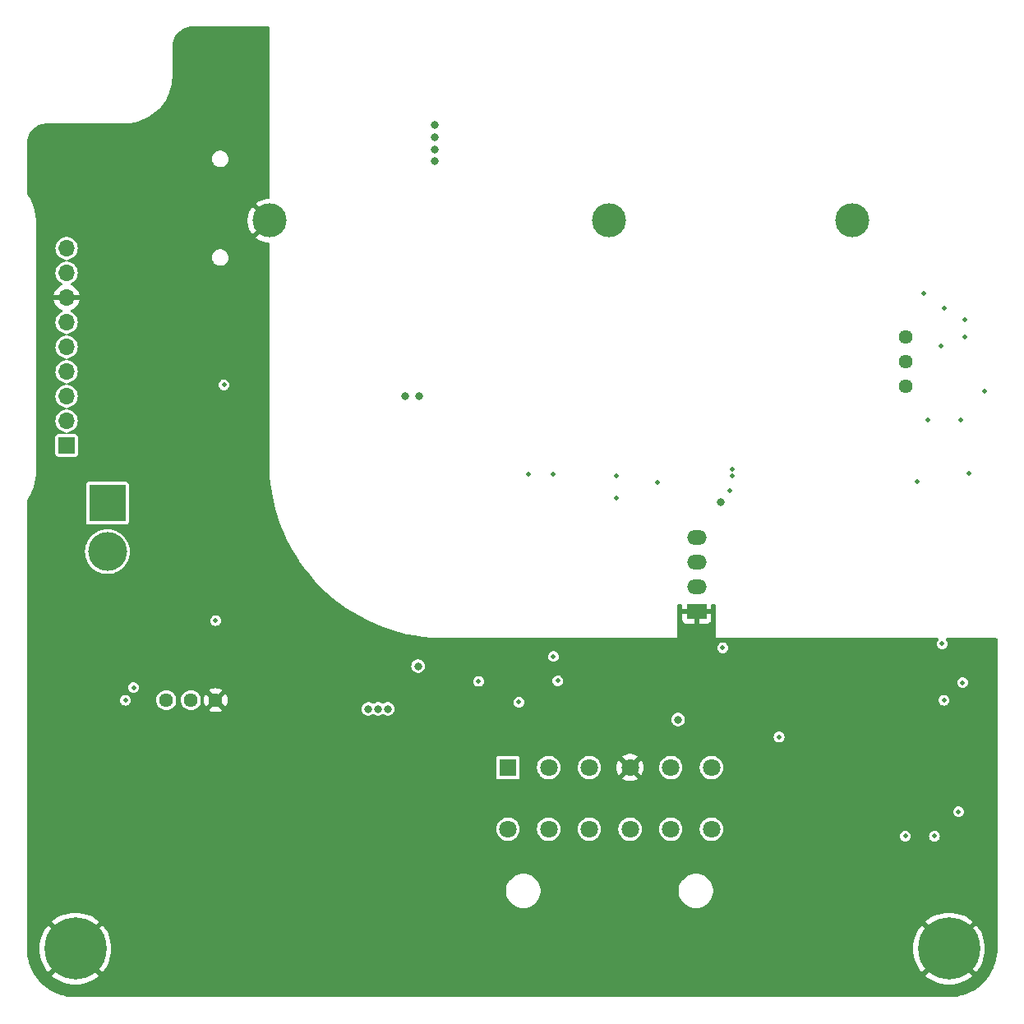
<source format=gbr>
%TF.GenerationSoftware,KiCad,Pcbnew,(7.0.0)*%
%TF.CreationDate,2023-08-02T13:30:23+12:00*%
%TF.ProjectId,VehicleJunctionBoxMotherboard_PCB,56656869-636c-4654-9a75-6e6374696f6e,V1.0*%
%TF.SameCoordinates,Original*%
%TF.FileFunction,Copper,L2,Inr*%
%TF.FilePolarity,Positive*%
%FSLAX46Y46*%
G04 Gerber Fmt 4.6, Leading zero omitted, Abs format (unit mm)*
G04 Created by KiCad (PCBNEW (7.0.0)) date 2023-08-02 13:30:23*
%MOMM*%
%LPD*%
G01*
G04 APERTURE LIST*
%TA.AperFunction,ComponentPad*%
%ADD10C,0.800000*%
%TD*%
%TA.AperFunction,ComponentPad*%
%ADD11C,6.400000*%
%TD*%
%TA.AperFunction,ComponentPad*%
%ADD12R,1.700000X1.700000*%
%TD*%
%TA.AperFunction,ComponentPad*%
%ADD13O,1.700000X1.700000*%
%TD*%
%TA.AperFunction,ComponentPad*%
%ADD14C,3.500000*%
%TD*%
%TA.AperFunction,ComponentPad*%
%ADD15C,1.440000*%
%TD*%
%TA.AperFunction,ComponentPad*%
%ADD16R,1.800000X1.800000*%
%TD*%
%TA.AperFunction,ComponentPad*%
%ADD17C,1.800000*%
%TD*%
%TA.AperFunction,ComponentPad*%
%ADD18R,3.800000X3.800000*%
%TD*%
%TA.AperFunction,ComponentPad*%
%ADD19C,4.000000*%
%TD*%
%TA.AperFunction,ComponentPad*%
%ADD20R,2.000000X1.500000*%
%TD*%
%TA.AperFunction,ComponentPad*%
%ADD21O,2.000000X1.500000*%
%TD*%
%TA.AperFunction,ViaPad*%
%ADD22C,0.800000*%
%TD*%
%TA.AperFunction,ViaPad*%
%ADD23C,0.500000*%
%TD*%
G04 APERTURE END LIST*
D10*
%TO.N,GND*%
%TO.C,H4*%
X117600000Y-120000000D03*
X118302944Y-118302944D03*
X118302944Y-121697056D03*
X120000000Y-117600000D03*
D11*
X120000000Y-120000000D03*
D10*
X120000000Y-122400000D03*
X121697056Y-118302944D03*
X121697056Y-121697056D03*
X122400000Y-120000000D03*
%TD*%
D12*
%TO.N,+5V*%
%TO.C,J9*%
X29099999Y-68159999D03*
D13*
%TO.N,Upstream*%
X29099999Y-65619999D03*
%TO.N,Local*%
X29099999Y-63079999D03*
%TO.N,CAN-*%
X29099999Y-60539999D03*
%TO.N,CAN+*%
X29099999Y-57999999D03*
%TO.N,BSPD*%
X29099999Y-55459999D03*
%TO.N,GND*%
X29099999Y-52919999D03*
%TO.N,BSPD Test Current +*%
X29099999Y-50379999D03*
%TO.N,BSPD Test Current -*%
X29099999Y-47839999D03*
%TD*%
D14*
%TO.N,Net-(J4-Pin_1)*%
%TO.C,J4*%
X85000000Y-45000000D03*
%TD*%
D15*
%TO.N,GND*%
%TO.C,RV2*%
X44450000Y-94400000D03*
%TO.N,DISCHARGE_THRESHOLD*%
X41910000Y-94400000D03*
%TO.N,+5V*%
X39370000Y-94400000D03*
%TD*%
D16*
%TO.N,Net-(J2-Pin_1)*%
%TO.C,J2*%
X74569999Y-101339999D03*
D17*
%TO.N,BSPD Test Current +*%
X78760000Y-101340000D03*
%TO.N,BSPD Test Current -*%
X82950000Y-101340000D03*
%TO.N,GND*%
X87150000Y-101340000D03*
%TO.N,DOC_FLT*%
X91340000Y-101340000D03*
%TO.N,TSAL_GRN*%
X95530000Y-101340000D03*
%TO.N,TSAL_RED*%
X95530000Y-107690000D03*
%TO.N,BSPD*%
X91340000Y-107690000D03*
%TO.N,CAN+*%
X87150000Y-107690000D03*
%TO.N,CAN-*%
X82950000Y-107690000D03*
%TO.N,SD_LP_IN*%
X78760000Y-107690000D03*
%TO.N,SD_LP_OUT*%
X74570000Y-107690000D03*
%TD*%
D14*
%TO.N,GND*%
%TO.C,J7*%
X50000000Y-45000000D03*
%TD*%
D15*
%TO.N,HV-*%
%TO.C,RV1*%
X115500000Y-62040000D03*
%TO.N,TS Detection Threshold*%
X115500000Y-59500000D03*
%TO.N,+5VA*%
X115500000Y-56960000D03*
%TD*%
D18*
%TO.N,SD_LP_IN*%
%TO.C,J1*%
X33299999Y-74099999D03*
D19*
%TO.N,SD_LP_FROM_HVD*%
X33300000Y-79100000D03*
%TD*%
D14*
%TO.N,Net-(J3-Pin_1)*%
%TO.C,J3*%
X110000000Y-45000000D03*
%TD*%
D20*
%TO.N,GND*%
%TO.C,U4*%
X93999999Y-85262499D03*
D21*
%TO.N,GLV+*%
X93999999Y-82722499D03*
%TO.N,HV-*%
X93999999Y-80182499D03*
%TO.N,Net-(U4-+VOUT)*%
X93999999Y-77642499D03*
%TD*%
D10*
%TO.N,GND*%
%TO.C,H3*%
X27600000Y-120000000D03*
X28302944Y-118302944D03*
X28302944Y-121697056D03*
X30000000Y-117600000D03*
D11*
X30000000Y-120000000D03*
D10*
X30000000Y-122400000D03*
X31697056Y-118302944D03*
X31697056Y-121697056D03*
X32400000Y-120000000D03*
%TD*%
D22*
%TO.N,GLV+*%
X65300000Y-90900000D03*
D23*
X79700000Y-92400000D03*
D22*
X92100000Y-96400000D03*
D23*
X102500000Y-98200000D03*
X96700000Y-89000000D03*
X75700000Y-94600000D03*
%TO.N,HV-*%
X117800000Y-65500000D03*
X79250000Y-71150000D03*
X117400000Y-52500000D03*
X122100000Y-71000000D03*
X121600000Y-55200000D03*
X97400000Y-72800000D03*
D22*
X67000000Y-38900000D03*
D23*
X119500000Y-54000000D03*
D22*
X67000000Y-35150000D03*
D23*
X76700000Y-71150000D03*
X90000000Y-71975500D03*
D22*
X67000000Y-37650000D03*
D23*
X116750000Y-71850000D03*
X121600000Y-57000000D03*
D22*
X96450000Y-74000000D03*
D23*
X123660000Y-62540000D03*
D22*
X67000000Y-36400000D03*
X64000000Y-63100000D03*
X65400000Y-63100000D03*
D23*
%TO.N,+5V*%
X35150000Y-94400000D03*
X121000000Y-105900000D03*
X44450000Y-86200000D03*
X45310000Y-61910000D03*
X36000000Y-93100000D03*
X118500000Y-108400000D03*
D22*
X61200000Y-95300000D03*
X62200000Y-95300000D03*
D23*
X119500000Y-94400000D03*
X119300000Y-88600000D03*
X79250000Y-89900000D03*
X71550000Y-92450000D03*
X115500000Y-108400000D03*
D22*
X60200000Y-95300000D03*
D23*
X121400000Y-92600000D03*
%TO.N,+5VA*%
X121200000Y-65500000D03*
X97700000Y-70600000D03*
X97700000Y-71300000D03*
X119200000Y-57900000D03*
%TO.N,Net-(D10-A)*%
X85700000Y-71300000D03*
%TO.N,GND*%
X61500000Y-90800000D03*
X45575000Y-60135000D03*
X60590000Y-90800000D03*
X120880000Y-88590000D03*
X110780000Y-100980000D03*
X110770000Y-91860000D03*
D22*
X66700000Y-102600000D03*
D23*
X68660000Y-89770000D03*
X110770000Y-102260000D03*
X110780000Y-99710000D03*
X36680000Y-85750000D03*
X109910000Y-102960000D03*
X38110000Y-86140000D03*
X35120000Y-95990000D03*
X110790000Y-94410000D03*
X112500000Y-108390000D03*
X38900000Y-76600000D03*
X34070000Y-85740000D03*
X34070000Y-89040000D03*
X43310000Y-91080000D03*
X44150000Y-64010000D03*
X114000000Y-108390000D03*
X110770000Y-93130000D03*
D22*
X52000000Y-101600000D03*
X64000000Y-100800000D03*
D23*
X93060000Y-89000000D03*
X116290000Y-90360000D03*
X114730000Y-101400000D03*
X121440000Y-91040000D03*
X42890000Y-86170000D03*
X76900000Y-95000000D03*
X38140000Y-89050000D03*
X109890000Y-95110000D03*
X36670000Y-89050000D03*
X43890000Y-57410000D03*
X34440000Y-93110000D03*
D22*
X64400000Y-99550000D03*
D23*
X114660000Y-93600000D03*
X119910000Y-96620000D03*
X116700000Y-88600000D03*
X120000000Y-108400000D03*
X76740000Y-88450000D03*
%TO.N,Net-(D8-A)*%
X85700000Y-73600000D03*
%TD*%
%TA.AperFunction,Conductor*%
%TO.N,GND*%
G36*
X49938000Y-25017113D02*
G01*
X49983387Y-25062500D01*
X50000000Y-25124500D01*
X50000000Y-42629033D01*
X49984714Y-42688676D01*
X49942625Y-42733614D01*
X49884110Y-42752768D01*
X49709728Y-42764197D01*
X49701706Y-42765253D01*
X49420391Y-42821210D01*
X49412563Y-42823307D01*
X49140961Y-42915505D01*
X49133471Y-42918607D01*
X48876225Y-43045466D01*
X48869211Y-43049516D01*
X48630723Y-43208869D01*
X48624296Y-43213801D01*
X48606750Y-43229188D01*
X48599316Y-43240581D01*
X48605990Y-43252437D01*
X50000000Y-44646447D01*
X50000000Y-45353551D01*
X48605991Y-46747560D01*
X48599316Y-46759418D01*
X48606749Y-46770810D01*
X48624290Y-46786194D01*
X48630728Y-46791133D01*
X48869211Y-46950483D01*
X48876225Y-46954533D01*
X49133471Y-47081392D01*
X49140961Y-47084494D01*
X49412563Y-47176692D01*
X49420391Y-47178789D01*
X49701706Y-47234746D01*
X49709728Y-47235802D01*
X49884110Y-47247232D01*
X49942625Y-47266386D01*
X49984714Y-47311324D01*
X50000000Y-47370967D01*
X50000000Y-70000000D01*
X50000001Y-70000281D01*
X50001298Y-70218201D01*
X50002549Y-70428419D01*
X50002609Y-70429693D01*
X50002610Y-70429704D01*
X50043249Y-71282837D01*
X50043251Y-71282875D01*
X50043319Y-71284287D01*
X50043453Y-71285696D01*
X50043456Y-71285730D01*
X50123261Y-72121476D01*
X50124767Y-72137246D01*
X50124973Y-72138679D01*
X50124974Y-72138687D01*
X50178624Y-72511830D01*
X50246707Y-72985363D01*
X50246985Y-72986807D01*
X50246986Y-72986811D01*
X50405021Y-73806776D01*
X50408865Y-73826717D01*
X50409211Y-73828143D01*
X50409214Y-73828157D01*
X50610521Y-74657959D01*
X50610528Y-74657986D01*
X50610872Y-74659403D01*
X50611287Y-74660816D01*
X50611292Y-74660835D01*
X50851857Y-75480120D01*
X50852272Y-75481533D01*
X50852748Y-75482909D01*
X50852754Y-75482927D01*
X51058892Y-76078523D01*
X51132516Y-76291246D01*
X51133065Y-76292617D01*
X51133066Y-76292620D01*
X51365985Y-76874425D01*
X51450971Y-77086708D01*
X51451588Y-77088059D01*
X51451594Y-77088073D01*
X51806301Y-77864774D01*
X51806310Y-77864794D01*
X51806914Y-77866115D01*
X51807579Y-77867405D01*
X51807581Y-77867409D01*
X52135411Y-78503309D01*
X52199541Y-78627704D01*
X52200274Y-78628974D01*
X52200283Y-78628990D01*
X52469887Y-79095957D01*
X52627960Y-79369747D01*
X52628754Y-79370983D01*
X52628772Y-79371012D01*
X53021593Y-79982252D01*
X53091202Y-80090566D01*
X53588217Y-80788526D01*
X53589123Y-80789678D01*
X54116981Y-81460905D01*
X54116995Y-81460922D01*
X54117879Y-81462046D01*
X54678989Y-82109602D01*
X55270275Y-82729725D01*
X55890398Y-83321011D01*
X56537954Y-83882121D01*
X56539081Y-83883007D01*
X56539094Y-83883018D01*
X56972701Y-84224010D01*
X57211474Y-84411783D01*
X57909434Y-84908798D01*
X57910690Y-84909605D01*
X58628987Y-85371227D01*
X58629005Y-85371238D01*
X58630253Y-85372040D01*
X59372296Y-85800459D01*
X60133885Y-86193086D01*
X60135223Y-86193697D01*
X60135225Y-86193698D01*
X60166671Y-86208059D01*
X60913292Y-86549029D01*
X61708754Y-86867484D01*
X62518467Y-87147728D01*
X63340597Y-87389128D01*
X64173283Y-87591135D01*
X65014637Y-87753293D01*
X65862754Y-87875233D01*
X66715713Y-87956681D01*
X67571581Y-87997451D01*
X68000000Y-88000000D01*
X68000336Y-88000000D01*
X91983674Y-88000000D01*
X92000000Y-88000000D01*
X92000000Y-86057018D01*
X92500000Y-86057018D01*
X92500353Y-86063614D01*
X92505573Y-86112167D01*
X92509111Y-86127141D01*
X92553547Y-86246277D01*
X92561962Y-86261689D01*
X92637498Y-86362592D01*
X92649907Y-86375001D01*
X92750810Y-86450537D01*
X92766222Y-86458952D01*
X92885358Y-86503388D01*
X92900332Y-86506926D01*
X92948885Y-86512146D01*
X92955482Y-86512500D01*
X93733674Y-86512500D01*
X93746549Y-86509049D01*
X93750000Y-86496174D01*
X94250000Y-86496174D01*
X94253450Y-86509049D01*
X94266326Y-86512500D01*
X95044518Y-86512500D01*
X95051114Y-86512146D01*
X95099667Y-86506926D01*
X95114641Y-86503388D01*
X95233777Y-86458952D01*
X95249189Y-86450537D01*
X95350092Y-86375001D01*
X95362501Y-86362592D01*
X95438037Y-86261689D01*
X95446452Y-86246277D01*
X95490888Y-86127141D01*
X95494426Y-86112167D01*
X95499646Y-86063614D01*
X95500000Y-86057018D01*
X95500000Y-85528826D01*
X95496549Y-85515950D01*
X95483674Y-85512500D01*
X94266326Y-85512500D01*
X94253450Y-85515950D01*
X94250000Y-85528826D01*
X94250000Y-86496174D01*
X93750000Y-86496174D01*
X93750000Y-85528826D01*
X93746549Y-85515950D01*
X93733674Y-85512500D01*
X92516326Y-85512500D01*
X92503450Y-85515950D01*
X92500000Y-85528826D01*
X92500000Y-86057018D01*
X92000000Y-86057018D01*
X92000000Y-84624000D01*
X92016613Y-84562000D01*
X92062000Y-84516613D01*
X92124000Y-84500000D01*
X92376000Y-84500000D01*
X92438000Y-84516613D01*
X92483387Y-84562000D01*
X92500000Y-84624000D01*
X92500000Y-84996174D01*
X92503450Y-85009049D01*
X92516326Y-85012500D01*
X95483674Y-85012500D01*
X95496549Y-85009049D01*
X95500000Y-84996174D01*
X95500000Y-84624000D01*
X95516613Y-84562000D01*
X95562000Y-84516613D01*
X95624000Y-84500000D01*
X95876000Y-84500000D01*
X95938000Y-84516613D01*
X95983387Y-84562000D01*
X96000000Y-84624000D01*
X96000000Y-88000000D01*
X118816895Y-88000000D01*
X118873190Y-88013515D01*
X118917213Y-88051115D01*
X118939368Y-88104602D01*
X118934826Y-88162318D01*
X118907265Y-88207291D01*
X118907379Y-88207379D01*
X118906551Y-88208457D01*
X118906547Y-88208462D01*
X118902438Y-88213817D01*
X118902435Y-88213821D01*
X118824085Y-88315928D01*
X118824082Y-88315933D01*
X118819139Y-88322375D01*
X118816029Y-88329883D01*
X118816028Y-88329885D01*
X118766782Y-88448776D01*
X118766780Y-88448781D01*
X118763670Y-88456291D01*
X118762609Y-88464348D01*
X118762608Y-88464353D01*
X118745811Y-88591941D01*
X118744750Y-88600000D01*
X118763670Y-88743709D01*
X118819139Y-88877625D01*
X118907379Y-88992621D01*
X119022375Y-89080861D01*
X119156291Y-89136330D01*
X119300000Y-89155250D01*
X119443709Y-89136330D01*
X119577625Y-89080861D01*
X119692621Y-88992621D01*
X119780861Y-88877625D01*
X119836330Y-88743709D01*
X119855250Y-88600000D01*
X119836330Y-88456291D01*
X119780861Y-88322375D01*
X119692621Y-88207379D01*
X119692734Y-88207291D01*
X119665174Y-88162318D01*
X119660632Y-88104602D01*
X119682787Y-88051115D01*
X119726810Y-88013515D01*
X119783105Y-88000000D01*
X124875500Y-88000000D01*
X124937500Y-88016613D01*
X124982887Y-88062000D01*
X124999500Y-88124000D01*
X124999500Y-119997438D01*
X124999394Y-120002563D01*
X124990525Y-120216987D01*
X124990513Y-120217271D01*
X124981948Y-120413428D01*
X124981114Y-120423357D01*
X124954568Y-120636321D01*
X124954459Y-120637169D01*
X124928422Y-120834936D01*
X124926844Y-120844196D01*
X124882971Y-121053439D01*
X124882671Y-121054832D01*
X124839321Y-121250371D01*
X124837105Y-121258914D01*
X124776186Y-121463538D01*
X124775602Y-121465444D01*
X124715302Y-121656689D01*
X124712559Y-121664475D01*
X124635008Y-121863224D01*
X124634051Y-121865603D01*
X124557260Y-122050993D01*
X124554099Y-122058001D01*
X124460437Y-122249587D01*
X124459026Y-122252383D01*
X124366346Y-122430420D01*
X124362880Y-122436636D01*
X124253743Y-122619793D01*
X124251800Y-122622946D01*
X124143920Y-122792282D01*
X124140257Y-122797710D01*
X124016399Y-122971184D01*
X124013858Y-122974616D01*
X123891626Y-123133912D01*
X123887872Y-123138567D01*
X123750107Y-123301226D01*
X123746908Y-123304858D01*
X123611254Y-123452899D01*
X123607512Y-123456807D01*
X123456807Y-123607512D01*
X123452899Y-123611254D01*
X123304858Y-123746908D01*
X123301226Y-123750107D01*
X123138567Y-123887872D01*
X123133912Y-123891626D01*
X122974616Y-124013858D01*
X122971184Y-124016399D01*
X122797710Y-124140257D01*
X122792282Y-124143920D01*
X122622946Y-124251800D01*
X122619793Y-124253743D01*
X122436636Y-124362880D01*
X122430420Y-124366346D01*
X122252383Y-124459026D01*
X122249587Y-124460437D01*
X122058001Y-124554099D01*
X122050993Y-124557260D01*
X121865603Y-124634051D01*
X121863224Y-124635008D01*
X121664475Y-124712559D01*
X121656689Y-124715302D01*
X121465444Y-124775602D01*
X121463538Y-124776186D01*
X121258914Y-124837105D01*
X121250371Y-124839321D01*
X121054832Y-124882671D01*
X121053439Y-124882971D01*
X120844196Y-124926844D01*
X120834936Y-124928422D01*
X120637169Y-124954459D01*
X120636321Y-124954568D01*
X120423357Y-124981114D01*
X120413428Y-124981948D01*
X120217381Y-124990508D01*
X120217097Y-124990520D01*
X120002563Y-124999394D01*
X119997438Y-124999500D01*
X30002562Y-124999500D01*
X29997437Y-124999394D01*
X29782901Y-124990520D01*
X29782617Y-124990508D01*
X29586570Y-124981948D01*
X29576641Y-124981114D01*
X29363677Y-124954568D01*
X29362829Y-124954459D01*
X29165062Y-124928422D01*
X29155802Y-124926844D01*
X28946559Y-124882971D01*
X28945166Y-124882671D01*
X28749627Y-124839321D01*
X28741084Y-124837105D01*
X28536460Y-124776186D01*
X28534554Y-124775602D01*
X28343309Y-124715302D01*
X28335523Y-124712559D01*
X28206985Y-124662404D01*
X28136734Y-124634991D01*
X28134395Y-124634051D01*
X27949005Y-124557260D01*
X27941997Y-124554099D01*
X27750411Y-124460437D01*
X27747615Y-124459026D01*
X27569578Y-124366346D01*
X27563362Y-124362880D01*
X27380205Y-124253743D01*
X27377052Y-124251800D01*
X27207716Y-124143920D01*
X27202288Y-124140257D01*
X27028814Y-124016399D01*
X27025382Y-124013858D01*
X26866086Y-123891626D01*
X26861431Y-123887872D01*
X26698772Y-123750107D01*
X26695155Y-123746921D01*
X26547076Y-123611232D01*
X26543191Y-123607512D01*
X26392486Y-123456807D01*
X26388769Y-123452925D01*
X26253072Y-123304838D01*
X26249891Y-123301226D01*
X26112126Y-123138567D01*
X26108372Y-123133912D01*
X25986140Y-122974616D01*
X25983599Y-122971184D01*
X25859741Y-122797710D01*
X25856078Y-122792282D01*
X25853736Y-122788606D01*
X27570305Y-122788606D01*
X27578191Y-122799869D01*
X27819684Y-122995425D01*
X27824938Y-122999242D01*
X28144733Y-123206920D01*
X28150354Y-123210166D01*
X28490116Y-123383283D01*
X28496040Y-123385920D01*
X28852044Y-123522578D01*
X28858197Y-123524577D01*
X29226537Y-123623273D01*
X29232879Y-123624621D01*
X29609508Y-123684273D01*
X29615951Y-123684950D01*
X29996756Y-123704908D01*
X30003244Y-123704908D01*
X30384048Y-123684950D01*
X30390491Y-123684273D01*
X30767120Y-123624621D01*
X30773462Y-123623273D01*
X31141802Y-123524577D01*
X31147955Y-123522578D01*
X31503959Y-123385920D01*
X31509883Y-123383283D01*
X31849645Y-123210166D01*
X31855266Y-123206920D01*
X32175061Y-122999242D01*
X32180315Y-122995425D01*
X32421806Y-122799870D01*
X32429693Y-122788606D01*
X117570305Y-122788606D01*
X117578191Y-122799869D01*
X117819684Y-122995425D01*
X117824938Y-122999242D01*
X118144733Y-123206920D01*
X118150354Y-123210166D01*
X118490116Y-123383283D01*
X118496040Y-123385920D01*
X118852044Y-123522578D01*
X118858197Y-123524577D01*
X119226537Y-123623273D01*
X119232879Y-123624621D01*
X119609508Y-123684273D01*
X119615951Y-123684950D01*
X119996756Y-123704908D01*
X120003244Y-123704908D01*
X120384048Y-123684950D01*
X120390491Y-123684273D01*
X120767120Y-123624621D01*
X120773462Y-123623273D01*
X121141802Y-123524577D01*
X121147955Y-123522578D01*
X121503959Y-123385920D01*
X121509883Y-123383283D01*
X121849645Y-123210166D01*
X121855266Y-123206920D01*
X122175061Y-122999242D01*
X122180315Y-122995425D01*
X122421806Y-122799870D01*
X122429693Y-122788606D01*
X122423027Y-122776580D01*
X120011542Y-120365095D01*
X120000000Y-120358431D01*
X119988457Y-120365095D01*
X117576971Y-122776580D01*
X117570305Y-122788606D01*
X32429693Y-122788606D01*
X32423027Y-122776580D01*
X30011542Y-120365095D01*
X30000000Y-120358431D01*
X29988457Y-120365095D01*
X27576971Y-122776580D01*
X27570305Y-122788606D01*
X25853736Y-122788606D01*
X25748198Y-122622946D01*
X25746255Y-122619793D01*
X25637118Y-122436636D01*
X25633652Y-122430420D01*
X25540972Y-122252383D01*
X25539561Y-122249587D01*
X25527982Y-122225903D01*
X25445886Y-122057972D01*
X25442752Y-122051024D01*
X25365911Y-121865513D01*
X25365046Y-121863363D01*
X25287431Y-121664453D01*
X25284696Y-121656689D01*
X25224359Y-121465325D01*
X25223850Y-121463665D01*
X25162889Y-121258901D01*
X25160680Y-121250386D01*
X25117312Y-121054765D01*
X25117027Y-121053439D01*
X25111495Y-121027057D01*
X25073153Y-120844192D01*
X25071576Y-120834936D01*
X25062648Y-120767120D01*
X25045490Y-120636793D01*
X25045483Y-120636743D01*
X25018881Y-120423330D01*
X25018052Y-120413455D01*
X25009486Y-120217271D01*
X25000634Y-120003244D01*
X26295092Y-120003244D01*
X26315049Y-120384048D01*
X26315726Y-120390491D01*
X26375378Y-120767120D01*
X26376726Y-120773462D01*
X26475422Y-121141802D01*
X26477421Y-121147955D01*
X26614079Y-121503959D01*
X26616716Y-121509883D01*
X26789833Y-121849645D01*
X26793079Y-121855266D01*
X27000757Y-122175061D01*
X27004574Y-122180315D01*
X27200129Y-122421807D01*
X27211392Y-122429693D01*
X27223418Y-122423027D01*
X29634904Y-120011542D01*
X29641568Y-120000000D01*
X30358431Y-120000000D01*
X30365095Y-120011542D01*
X32776580Y-122423027D01*
X32788606Y-122429693D01*
X32799870Y-122421806D01*
X32995425Y-122180315D01*
X32999242Y-122175061D01*
X33206920Y-121855266D01*
X33210166Y-121849645D01*
X33383283Y-121509883D01*
X33385920Y-121503959D01*
X33522578Y-121147955D01*
X33524577Y-121141802D01*
X33623273Y-120773462D01*
X33624621Y-120767120D01*
X33684273Y-120390491D01*
X33684950Y-120384048D01*
X33704908Y-120003244D01*
X116295092Y-120003244D01*
X116315049Y-120384048D01*
X116315726Y-120390491D01*
X116375378Y-120767120D01*
X116376726Y-120773462D01*
X116475422Y-121141802D01*
X116477421Y-121147955D01*
X116614079Y-121503959D01*
X116616716Y-121509883D01*
X116789833Y-121849645D01*
X116793079Y-121855266D01*
X117000757Y-122175061D01*
X117004574Y-122180315D01*
X117200129Y-122421807D01*
X117211392Y-122429693D01*
X117223418Y-122423027D01*
X119634904Y-120011542D01*
X119641568Y-120000000D01*
X120358431Y-120000000D01*
X120365095Y-120011542D01*
X122776580Y-122423027D01*
X122788606Y-122429693D01*
X122799870Y-122421806D01*
X122995425Y-122180315D01*
X122999242Y-122175061D01*
X123206920Y-121855266D01*
X123210166Y-121849645D01*
X123383283Y-121509883D01*
X123385920Y-121503959D01*
X123522578Y-121147955D01*
X123524577Y-121141802D01*
X123623273Y-120773462D01*
X123624621Y-120767120D01*
X123684273Y-120390491D01*
X123684950Y-120384048D01*
X123704908Y-120003244D01*
X123704908Y-119996756D01*
X123684950Y-119615951D01*
X123684273Y-119609508D01*
X123624621Y-119232879D01*
X123623273Y-119226537D01*
X123524577Y-118858197D01*
X123522578Y-118852044D01*
X123385920Y-118496040D01*
X123383283Y-118490116D01*
X123210166Y-118150354D01*
X123206920Y-118144733D01*
X122999242Y-117824938D01*
X122995425Y-117819684D01*
X122799869Y-117578191D01*
X122788606Y-117570305D01*
X122776580Y-117576971D01*
X120365095Y-119988457D01*
X120358431Y-120000000D01*
X119641568Y-120000000D01*
X119634904Y-119988457D01*
X117223418Y-117576971D01*
X117211393Y-117570305D01*
X117200127Y-117578194D01*
X117004578Y-117819678D01*
X117000756Y-117824939D01*
X116793079Y-118144733D01*
X116789833Y-118150354D01*
X116616716Y-118490116D01*
X116614079Y-118496040D01*
X116477421Y-118852044D01*
X116475422Y-118858197D01*
X116376726Y-119226537D01*
X116375378Y-119232879D01*
X116315726Y-119609508D01*
X116315049Y-119615951D01*
X116295092Y-119996756D01*
X116295092Y-120003244D01*
X33704908Y-120003244D01*
X33704908Y-119996756D01*
X33684950Y-119615951D01*
X33684273Y-119609508D01*
X33624621Y-119232879D01*
X33623273Y-119226537D01*
X33524577Y-118858197D01*
X33522578Y-118852044D01*
X33385920Y-118496040D01*
X33383283Y-118490116D01*
X33210166Y-118150354D01*
X33206920Y-118144733D01*
X32999242Y-117824938D01*
X32995425Y-117819684D01*
X32799869Y-117578191D01*
X32788606Y-117570305D01*
X32776580Y-117576971D01*
X30365095Y-119988457D01*
X30358431Y-120000000D01*
X29641568Y-120000000D01*
X29634904Y-119988457D01*
X27223418Y-117576971D01*
X27211393Y-117570305D01*
X27200127Y-117578194D01*
X27004578Y-117819678D01*
X27000756Y-117824939D01*
X26793079Y-118144733D01*
X26789833Y-118150354D01*
X26616716Y-118490116D01*
X26614079Y-118496040D01*
X26477421Y-118852044D01*
X26475422Y-118858197D01*
X26376726Y-119226537D01*
X26375378Y-119232879D01*
X26315726Y-119609508D01*
X26315049Y-119615951D01*
X26295092Y-119996756D01*
X26295092Y-120003244D01*
X25000634Y-120003244D01*
X25000605Y-120002554D01*
X25000500Y-119997426D01*
X25000500Y-119996756D01*
X25000962Y-117211393D01*
X27570305Y-117211393D01*
X27576971Y-117223418D01*
X29988457Y-119634904D01*
X30000000Y-119641568D01*
X30011542Y-119634904D01*
X32423027Y-117223418D01*
X32429692Y-117211393D01*
X117570305Y-117211393D01*
X117576971Y-117223418D01*
X119988457Y-119634904D01*
X120000000Y-119641568D01*
X120011542Y-119634904D01*
X122423027Y-117223418D01*
X122429693Y-117211392D01*
X122421807Y-117200129D01*
X122180315Y-117004574D01*
X122175061Y-117000757D01*
X121855266Y-116793079D01*
X121849645Y-116789833D01*
X121509883Y-116616716D01*
X121503959Y-116614079D01*
X121147955Y-116477421D01*
X121141802Y-116475422D01*
X120773462Y-116376726D01*
X120767120Y-116375378D01*
X120390491Y-116315726D01*
X120384048Y-116315049D01*
X120003244Y-116295092D01*
X119996756Y-116295092D01*
X119615951Y-116315049D01*
X119609508Y-116315726D01*
X119232879Y-116375378D01*
X119226537Y-116376726D01*
X118858197Y-116475422D01*
X118852044Y-116477421D01*
X118496040Y-116614079D01*
X118490116Y-116616716D01*
X118150354Y-116789833D01*
X118144733Y-116793079D01*
X117824939Y-117000756D01*
X117819678Y-117004578D01*
X117578194Y-117200127D01*
X117570305Y-117211393D01*
X32429692Y-117211393D01*
X32429693Y-117211392D01*
X32421807Y-117200129D01*
X32180315Y-117004574D01*
X32175061Y-117000757D01*
X31855266Y-116793079D01*
X31849645Y-116789833D01*
X31509883Y-116616716D01*
X31503959Y-116614079D01*
X31147955Y-116477421D01*
X31141802Y-116475422D01*
X30773462Y-116376726D01*
X30767120Y-116375378D01*
X30390491Y-116315726D01*
X30384048Y-116315049D01*
X30003244Y-116295092D01*
X29996756Y-116295092D01*
X29615951Y-116315049D01*
X29609508Y-116315726D01*
X29232879Y-116375378D01*
X29226537Y-116376726D01*
X28858197Y-116475422D01*
X28852044Y-116477421D01*
X28496040Y-116614079D01*
X28490116Y-116616716D01*
X28150354Y-116789833D01*
X28144733Y-116793079D01*
X27824939Y-117000756D01*
X27819678Y-117004578D01*
X27578194Y-117200127D01*
X27570305Y-117211393D01*
X25000962Y-117211393D01*
X25001466Y-114172681D01*
X74389500Y-114172681D01*
X74429050Y-114435078D01*
X74507266Y-114688650D01*
X74509280Y-114692832D01*
X74620385Y-114923545D01*
X74620388Y-114923551D01*
X74622402Y-114927732D01*
X74625021Y-114931573D01*
X74769272Y-115143151D01*
X74769276Y-115143157D01*
X74771886Y-115146984D01*
X74952377Y-115341508D01*
X75159845Y-115506958D01*
X75389655Y-115639639D01*
X75636673Y-115736586D01*
X75895381Y-115795635D01*
X76093745Y-115810500D01*
X76223938Y-115810500D01*
X76226255Y-115810500D01*
X76424619Y-115795635D01*
X76683327Y-115736586D01*
X76930345Y-115639639D01*
X77160155Y-115506958D01*
X77367623Y-115341508D01*
X77548114Y-115146984D01*
X77697598Y-114927733D01*
X77812734Y-114688650D01*
X77890950Y-114435078D01*
X77930500Y-114172681D01*
X92169500Y-114172681D01*
X92209050Y-114435078D01*
X92287266Y-114688650D01*
X92289280Y-114692832D01*
X92400385Y-114923545D01*
X92400388Y-114923551D01*
X92402402Y-114927732D01*
X92405021Y-114931573D01*
X92549272Y-115143151D01*
X92549276Y-115143157D01*
X92551886Y-115146984D01*
X92732377Y-115341508D01*
X92939845Y-115506958D01*
X93169655Y-115639639D01*
X93416673Y-115736586D01*
X93675381Y-115795635D01*
X93873745Y-115810500D01*
X94003938Y-115810500D01*
X94006255Y-115810500D01*
X94204619Y-115795635D01*
X94463327Y-115736586D01*
X94710345Y-115639639D01*
X94940155Y-115506958D01*
X95147623Y-115341508D01*
X95328114Y-115146984D01*
X95477598Y-114927733D01*
X95592734Y-114688650D01*
X95670950Y-114435078D01*
X95710500Y-114172681D01*
X95710500Y-113907319D01*
X95670950Y-113644922D01*
X95592734Y-113391350D01*
X95477598Y-113152268D01*
X95388840Y-113022084D01*
X95330727Y-112936848D01*
X95330724Y-112936844D01*
X95328114Y-112933016D01*
X95147623Y-112738492D01*
X94940155Y-112573042D01*
X94844292Y-112517695D01*
X94714366Y-112442682D01*
X94714360Y-112442679D01*
X94710345Y-112440361D01*
X94706026Y-112438666D01*
X94706020Y-112438663D01*
X94467649Y-112345110D01*
X94467645Y-112345109D01*
X94463327Y-112343414D01*
X94458804Y-112342381D01*
X94458802Y-112342381D01*
X94209138Y-112285396D01*
X94209132Y-112285395D01*
X94204619Y-112284365D01*
X94199997Y-112284018D01*
X94199993Y-112284018D01*
X94008569Y-112269673D01*
X94008558Y-112269672D01*
X94006255Y-112269500D01*
X93873745Y-112269500D01*
X93871442Y-112269672D01*
X93871430Y-112269673D01*
X93680006Y-112284018D01*
X93680000Y-112284018D01*
X93675381Y-112284365D01*
X93670869Y-112285394D01*
X93670861Y-112285396D01*
X93421197Y-112342381D01*
X93421191Y-112342382D01*
X93416673Y-112343414D01*
X93412357Y-112345107D01*
X93412350Y-112345110D01*
X93173979Y-112438663D01*
X93173968Y-112438668D01*
X93169655Y-112440361D01*
X93165644Y-112442676D01*
X93165633Y-112442682D01*
X92943863Y-112570722D01*
X92939845Y-112573042D01*
X92936221Y-112575931D01*
X92936218Y-112575934D01*
X92736004Y-112735599D01*
X92735999Y-112735603D01*
X92732377Y-112738492D01*
X92729223Y-112741890D01*
X92729221Y-112741893D01*
X92555039Y-112929617D01*
X92555034Y-112929623D01*
X92551886Y-112933016D01*
X92549276Y-112936843D01*
X92549272Y-112936849D01*
X92405017Y-113148430D01*
X92405011Y-113148439D01*
X92402402Y-113152267D01*
X92400390Y-113156443D01*
X92400387Y-113156450D01*
X92289280Y-113387166D01*
X92289280Y-113387167D01*
X92287266Y-113391350D01*
X92285900Y-113395777D01*
X92285897Y-113395786D01*
X92210418Y-113640485D01*
X92210416Y-113640492D01*
X92209050Y-113644922D01*
X92169500Y-113907319D01*
X92169500Y-114172681D01*
X77930500Y-114172681D01*
X77930500Y-113907319D01*
X77890950Y-113644922D01*
X77812734Y-113391350D01*
X77697598Y-113152268D01*
X77608840Y-113022084D01*
X77550727Y-112936848D01*
X77550724Y-112936844D01*
X77548114Y-112933016D01*
X77367623Y-112738492D01*
X77160155Y-112573042D01*
X77064292Y-112517695D01*
X76934366Y-112442682D01*
X76934360Y-112442679D01*
X76930345Y-112440361D01*
X76926026Y-112438666D01*
X76926020Y-112438663D01*
X76687649Y-112345110D01*
X76687645Y-112345109D01*
X76683327Y-112343414D01*
X76678804Y-112342381D01*
X76678802Y-112342381D01*
X76429138Y-112285396D01*
X76429132Y-112285395D01*
X76424619Y-112284365D01*
X76419997Y-112284018D01*
X76419993Y-112284018D01*
X76228569Y-112269673D01*
X76228558Y-112269672D01*
X76226255Y-112269500D01*
X76093745Y-112269500D01*
X76091442Y-112269672D01*
X76091430Y-112269673D01*
X75900006Y-112284018D01*
X75900000Y-112284018D01*
X75895381Y-112284365D01*
X75890869Y-112285394D01*
X75890861Y-112285396D01*
X75641197Y-112342381D01*
X75641191Y-112342382D01*
X75636673Y-112343414D01*
X75632357Y-112345107D01*
X75632350Y-112345110D01*
X75393979Y-112438663D01*
X75393968Y-112438668D01*
X75389655Y-112440361D01*
X75385644Y-112442676D01*
X75385633Y-112442682D01*
X75163863Y-112570722D01*
X75159845Y-112573042D01*
X75156221Y-112575931D01*
X75156218Y-112575934D01*
X74956004Y-112735599D01*
X74955999Y-112735603D01*
X74952377Y-112738492D01*
X74949223Y-112741890D01*
X74949221Y-112741893D01*
X74775039Y-112929617D01*
X74775034Y-112929623D01*
X74771886Y-112933016D01*
X74769276Y-112936843D01*
X74769272Y-112936849D01*
X74625017Y-113148430D01*
X74625011Y-113148439D01*
X74622402Y-113152267D01*
X74620390Y-113156443D01*
X74620387Y-113156450D01*
X74509280Y-113387166D01*
X74509280Y-113387167D01*
X74507266Y-113391350D01*
X74505900Y-113395777D01*
X74505897Y-113395786D01*
X74430418Y-113640485D01*
X74430416Y-113640492D01*
X74429050Y-113644922D01*
X74389500Y-113907319D01*
X74389500Y-114172681D01*
X25001466Y-114172681D01*
X25002540Y-107690000D01*
X73364357Y-107690000D01*
X73384885Y-107911536D01*
X73394195Y-107944258D01*
X73444201Y-108120013D01*
X73444204Y-108120021D01*
X73445771Y-108125528D01*
X73448323Y-108130653D01*
X73448325Y-108130658D01*
X73542387Y-108319559D01*
X73542389Y-108319563D01*
X73544942Y-108324689D01*
X73548391Y-108329256D01*
X73548394Y-108329261D01*
X73675561Y-108497658D01*
X73675566Y-108497663D01*
X73679019Y-108502236D01*
X73683255Y-108506097D01*
X73683259Y-108506102D01*
X73732755Y-108551223D01*
X73843438Y-108652124D01*
X74032599Y-108769247D01*
X74240060Y-108849618D01*
X74458757Y-108890500D01*
X74675514Y-108890500D01*
X74681243Y-108890500D01*
X74899940Y-108849618D01*
X75107401Y-108769247D01*
X75296562Y-108652124D01*
X75460981Y-108502236D01*
X75595058Y-108324689D01*
X75694229Y-108125528D01*
X75755115Y-107911536D01*
X75775643Y-107690000D01*
X77554357Y-107690000D01*
X77574885Y-107911536D01*
X77584195Y-107944258D01*
X77634201Y-108120013D01*
X77634204Y-108120021D01*
X77635771Y-108125528D01*
X77638323Y-108130653D01*
X77638325Y-108130658D01*
X77732387Y-108319559D01*
X77732389Y-108319563D01*
X77734942Y-108324689D01*
X77738391Y-108329256D01*
X77738394Y-108329261D01*
X77865561Y-108497658D01*
X77865566Y-108497663D01*
X77869019Y-108502236D01*
X77873255Y-108506097D01*
X77873259Y-108506102D01*
X77922755Y-108551223D01*
X78033438Y-108652124D01*
X78222599Y-108769247D01*
X78430060Y-108849618D01*
X78648757Y-108890500D01*
X78865514Y-108890500D01*
X78871243Y-108890500D01*
X79089940Y-108849618D01*
X79297401Y-108769247D01*
X79486562Y-108652124D01*
X79650981Y-108502236D01*
X79785058Y-108324689D01*
X79884229Y-108125528D01*
X79945115Y-107911536D01*
X79965643Y-107690000D01*
X81744357Y-107690000D01*
X81764885Y-107911536D01*
X81774195Y-107944258D01*
X81824201Y-108120013D01*
X81824204Y-108120021D01*
X81825771Y-108125528D01*
X81828323Y-108130653D01*
X81828325Y-108130658D01*
X81922387Y-108319559D01*
X81922389Y-108319563D01*
X81924942Y-108324689D01*
X81928391Y-108329256D01*
X81928394Y-108329261D01*
X82055561Y-108497658D01*
X82055566Y-108497663D01*
X82059019Y-108502236D01*
X82063255Y-108506097D01*
X82063259Y-108506102D01*
X82112755Y-108551223D01*
X82223438Y-108652124D01*
X82412599Y-108769247D01*
X82620060Y-108849618D01*
X82838757Y-108890500D01*
X83055514Y-108890500D01*
X83061243Y-108890500D01*
X83279940Y-108849618D01*
X83487401Y-108769247D01*
X83676562Y-108652124D01*
X83840981Y-108502236D01*
X83975058Y-108324689D01*
X84074229Y-108125528D01*
X84135115Y-107911536D01*
X84155643Y-107690000D01*
X85944357Y-107690000D01*
X85964885Y-107911536D01*
X85974195Y-107944258D01*
X86024201Y-108120013D01*
X86024204Y-108120021D01*
X86025771Y-108125528D01*
X86028323Y-108130653D01*
X86028325Y-108130658D01*
X86122387Y-108319559D01*
X86122389Y-108319563D01*
X86124942Y-108324689D01*
X86128391Y-108329256D01*
X86128394Y-108329261D01*
X86255561Y-108497658D01*
X86255566Y-108497663D01*
X86259019Y-108502236D01*
X86263255Y-108506097D01*
X86263259Y-108506102D01*
X86312755Y-108551223D01*
X86423438Y-108652124D01*
X86612599Y-108769247D01*
X86820060Y-108849618D01*
X87038757Y-108890500D01*
X87255514Y-108890500D01*
X87261243Y-108890500D01*
X87479940Y-108849618D01*
X87687401Y-108769247D01*
X87876562Y-108652124D01*
X88040981Y-108502236D01*
X88175058Y-108324689D01*
X88274229Y-108125528D01*
X88335115Y-107911536D01*
X88355643Y-107690000D01*
X90134357Y-107690000D01*
X90154885Y-107911536D01*
X90164195Y-107944258D01*
X90214201Y-108120013D01*
X90214204Y-108120021D01*
X90215771Y-108125528D01*
X90218323Y-108130653D01*
X90218325Y-108130658D01*
X90312387Y-108319559D01*
X90312389Y-108319563D01*
X90314942Y-108324689D01*
X90318391Y-108329256D01*
X90318394Y-108329261D01*
X90445561Y-108497658D01*
X90445566Y-108497663D01*
X90449019Y-108502236D01*
X90453255Y-108506097D01*
X90453259Y-108506102D01*
X90502755Y-108551223D01*
X90613438Y-108652124D01*
X90802599Y-108769247D01*
X91010060Y-108849618D01*
X91228757Y-108890500D01*
X91445514Y-108890500D01*
X91451243Y-108890500D01*
X91669940Y-108849618D01*
X91877401Y-108769247D01*
X92066562Y-108652124D01*
X92230981Y-108502236D01*
X92365058Y-108324689D01*
X92464229Y-108125528D01*
X92525115Y-107911536D01*
X92545643Y-107690000D01*
X94324357Y-107690000D01*
X94344885Y-107911536D01*
X94354195Y-107944258D01*
X94404201Y-108120013D01*
X94404204Y-108120021D01*
X94405771Y-108125528D01*
X94408323Y-108130653D01*
X94408325Y-108130658D01*
X94502387Y-108319559D01*
X94502389Y-108319563D01*
X94504942Y-108324689D01*
X94508391Y-108329256D01*
X94508394Y-108329261D01*
X94635561Y-108497658D01*
X94635566Y-108497663D01*
X94639019Y-108502236D01*
X94643255Y-108506097D01*
X94643259Y-108506102D01*
X94692755Y-108551223D01*
X94803438Y-108652124D01*
X94992599Y-108769247D01*
X95200060Y-108849618D01*
X95418757Y-108890500D01*
X95635514Y-108890500D01*
X95641243Y-108890500D01*
X95859940Y-108849618D01*
X96067401Y-108769247D01*
X96256562Y-108652124D01*
X96420981Y-108502236D01*
X96498186Y-108400000D01*
X114944750Y-108400000D01*
X114945811Y-108408059D01*
X114958718Y-108506102D01*
X114963670Y-108543709D01*
X115019139Y-108677625D01*
X115107379Y-108792621D01*
X115222375Y-108880861D01*
X115356291Y-108936330D01*
X115500000Y-108955250D01*
X115643709Y-108936330D01*
X115777625Y-108880861D01*
X115892621Y-108792621D01*
X115980861Y-108677625D01*
X116036330Y-108543709D01*
X116055250Y-108400000D01*
X117944750Y-108400000D01*
X117945811Y-108408059D01*
X117958718Y-108506102D01*
X117963670Y-108543709D01*
X118019139Y-108677625D01*
X118107379Y-108792621D01*
X118222375Y-108880861D01*
X118356291Y-108936330D01*
X118500000Y-108955250D01*
X118643709Y-108936330D01*
X118777625Y-108880861D01*
X118892621Y-108792621D01*
X118980861Y-108677625D01*
X119036330Y-108543709D01*
X119055250Y-108400000D01*
X119036330Y-108256291D01*
X118980861Y-108122375D01*
X118892621Y-108007379D01*
X118777625Y-107919139D01*
X118741592Y-107904214D01*
X118651223Y-107866782D01*
X118651220Y-107866781D01*
X118643709Y-107863670D01*
X118635649Y-107862608D01*
X118635646Y-107862608D01*
X118508059Y-107845811D01*
X118500000Y-107844750D01*
X118491941Y-107845811D01*
X118364353Y-107862608D01*
X118364348Y-107862609D01*
X118356291Y-107863670D01*
X118348781Y-107866780D01*
X118348776Y-107866782D01*
X118229885Y-107916028D01*
X118229883Y-107916029D01*
X118222375Y-107919139D01*
X118215933Y-107924082D01*
X118215928Y-107924085D01*
X118113821Y-108002435D01*
X118113817Y-108002438D01*
X118107379Y-108007379D01*
X118102438Y-108013817D01*
X118102435Y-108013821D01*
X118024085Y-108115928D01*
X118024082Y-108115933D01*
X118019139Y-108122375D01*
X118016029Y-108129883D01*
X118016028Y-108129885D01*
X117966782Y-108248776D01*
X117966780Y-108248781D01*
X117963670Y-108256291D01*
X117962609Y-108264348D01*
X117962608Y-108264353D01*
X117955340Y-108319559D01*
X117944750Y-108400000D01*
X116055250Y-108400000D01*
X116036330Y-108256291D01*
X115980861Y-108122375D01*
X115892621Y-108007379D01*
X115777625Y-107919139D01*
X115741592Y-107904214D01*
X115651223Y-107866782D01*
X115651220Y-107866781D01*
X115643709Y-107863670D01*
X115635649Y-107862608D01*
X115635646Y-107862608D01*
X115508059Y-107845811D01*
X115500000Y-107844750D01*
X115491941Y-107845811D01*
X115364353Y-107862608D01*
X115364348Y-107862609D01*
X115356291Y-107863670D01*
X115348781Y-107866780D01*
X115348776Y-107866782D01*
X115229885Y-107916028D01*
X115229883Y-107916029D01*
X115222375Y-107919139D01*
X115215933Y-107924082D01*
X115215928Y-107924085D01*
X115113821Y-108002435D01*
X115113817Y-108002438D01*
X115107379Y-108007379D01*
X115102438Y-108013817D01*
X115102435Y-108013821D01*
X115024085Y-108115928D01*
X115024082Y-108115933D01*
X115019139Y-108122375D01*
X115016029Y-108129883D01*
X115016028Y-108129885D01*
X114966782Y-108248776D01*
X114966780Y-108248781D01*
X114963670Y-108256291D01*
X114962609Y-108264348D01*
X114962608Y-108264353D01*
X114955340Y-108319559D01*
X114944750Y-108400000D01*
X96498186Y-108400000D01*
X96555058Y-108324689D01*
X96654229Y-108125528D01*
X96715115Y-107911536D01*
X96735643Y-107690000D01*
X96715115Y-107468464D01*
X96654229Y-107254472D01*
X96555058Y-107055311D01*
X96551605Y-107050738D01*
X96424438Y-106882341D01*
X96424434Y-106882337D01*
X96420981Y-106877764D01*
X96416744Y-106873901D01*
X96416740Y-106873897D01*
X96260796Y-106731736D01*
X96260797Y-106731736D01*
X96256562Y-106727876D01*
X96251692Y-106724861D01*
X96251690Y-106724859D01*
X96072275Y-106613771D01*
X96072276Y-106613771D01*
X96067401Y-106610753D01*
X95859940Y-106530382D01*
X95854302Y-106529328D01*
X95646872Y-106490552D01*
X95646869Y-106490551D01*
X95641243Y-106489500D01*
X95418757Y-106489500D01*
X95413131Y-106490551D01*
X95413127Y-106490552D01*
X95205697Y-106529328D01*
X95205694Y-106529328D01*
X95200060Y-106530382D01*
X95194717Y-106532451D01*
X95194713Y-106532453D01*
X94997941Y-106608683D01*
X94997936Y-106608685D01*
X94992599Y-106610753D01*
X94987727Y-106613769D01*
X94987724Y-106613771D01*
X94808309Y-106724859D01*
X94808301Y-106724864D01*
X94803438Y-106727876D01*
X94799207Y-106731732D01*
X94799203Y-106731736D01*
X94643259Y-106873897D01*
X94643249Y-106873907D01*
X94639019Y-106877764D01*
X94635570Y-106882330D01*
X94635561Y-106882341D01*
X94508394Y-107050738D01*
X94508387Y-107050748D01*
X94504942Y-107055311D01*
X94502392Y-107060431D01*
X94502387Y-107060440D01*
X94408325Y-107249341D01*
X94408321Y-107249349D01*
X94405771Y-107254472D01*
X94404205Y-107259975D01*
X94404201Y-107259986D01*
X94346454Y-107462949D01*
X94344885Y-107468464D01*
X94324357Y-107690000D01*
X92545643Y-107690000D01*
X92525115Y-107468464D01*
X92464229Y-107254472D01*
X92365058Y-107055311D01*
X92361605Y-107050738D01*
X92234438Y-106882341D01*
X92234434Y-106882337D01*
X92230981Y-106877764D01*
X92226744Y-106873901D01*
X92226740Y-106873897D01*
X92070796Y-106731736D01*
X92070797Y-106731736D01*
X92066562Y-106727876D01*
X92061692Y-106724861D01*
X92061690Y-106724859D01*
X91882275Y-106613771D01*
X91882276Y-106613771D01*
X91877401Y-106610753D01*
X91669940Y-106530382D01*
X91664302Y-106529328D01*
X91456872Y-106490552D01*
X91456869Y-106490551D01*
X91451243Y-106489500D01*
X91228757Y-106489500D01*
X91223131Y-106490551D01*
X91223127Y-106490552D01*
X91015697Y-106529328D01*
X91015694Y-106529328D01*
X91010060Y-106530382D01*
X91004717Y-106532451D01*
X91004713Y-106532453D01*
X90807941Y-106608683D01*
X90807936Y-106608685D01*
X90802599Y-106610753D01*
X90797727Y-106613769D01*
X90797724Y-106613771D01*
X90618309Y-106724859D01*
X90618301Y-106724864D01*
X90613438Y-106727876D01*
X90609207Y-106731732D01*
X90609203Y-106731736D01*
X90453259Y-106873897D01*
X90453249Y-106873907D01*
X90449019Y-106877764D01*
X90445570Y-106882330D01*
X90445561Y-106882341D01*
X90318394Y-107050738D01*
X90318387Y-107050748D01*
X90314942Y-107055311D01*
X90312392Y-107060431D01*
X90312387Y-107060440D01*
X90218325Y-107249341D01*
X90218321Y-107249349D01*
X90215771Y-107254472D01*
X90214205Y-107259975D01*
X90214201Y-107259986D01*
X90156454Y-107462949D01*
X90154885Y-107468464D01*
X90134357Y-107690000D01*
X88355643Y-107690000D01*
X88335115Y-107468464D01*
X88274229Y-107254472D01*
X88175058Y-107055311D01*
X88171605Y-107050738D01*
X88044438Y-106882341D01*
X88044434Y-106882337D01*
X88040981Y-106877764D01*
X88036744Y-106873901D01*
X88036740Y-106873897D01*
X87880796Y-106731736D01*
X87880797Y-106731736D01*
X87876562Y-106727876D01*
X87871692Y-106724861D01*
X87871690Y-106724859D01*
X87692275Y-106613771D01*
X87692276Y-106613771D01*
X87687401Y-106610753D01*
X87479940Y-106530382D01*
X87474302Y-106529328D01*
X87266872Y-106490552D01*
X87266869Y-106490551D01*
X87261243Y-106489500D01*
X87038757Y-106489500D01*
X87033131Y-106490551D01*
X87033127Y-106490552D01*
X86825697Y-106529328D01*
X86825694Y-106529328D01*
X86820060Y-106530382D01*
X86814717Y-106532451D01*
X86814713Y-106532453D01*
X86617941Y-106608683D01*
X86617936Y-106608685D01*
X86612599Y-106610753D01*
X86607727Y-106613769D01*
X86607724Y-106613771D01*
X86428309Y-106724859D01*
X86428301Y-106724864D01*
X86423438Y-106727876D01*
X86419207Y-106731732D01*
X86419203Y-106731736D01*
X86263259Y-106873897D01*
X86263249Y-106873907D01*
X86259019Y-106877764D01*
X86255570Y-106882330D01*
X86255561Y-106882341D01*
X86128394Y-107050738D01*
X86128387Y-107050748D01*
X86124942Y-107055311D01*
X86122392Y-107060431D01*
X86122387Y-107060440D01*
X86028325Y-107249341D01*
X86028321Y-107249349D01*
X86025771Y-107254472D01*
X86024205Y-107259975D01*
X86024201Y-107259986D01*
X85966454Y-107462949D01*
X85964885Y-107468464D01*
X85944357Y-107690000D01*
X84155643Y-107690000D01*
X84135115Y-107468464D01*
X84074229Y-107254472D01*
X83975058Y-107055311D01*
X83971605Y-107050738D01*
X83844438Y-106882341D01*
X83844434Y-106882337D01*
X83840981Y-106877764D01*
X83836744Y-106873901D01*
X83836740Y-106873897D01*
X83680796Y-106731736D01*
X83680797Y-106731736D01*
X83676562Y-106727876D01*
X83671692Y-106724861D01*
X83671690Y-106724859D01*
X83492275Y-106613771D01*
X83492276Y-106613771D01*
X83487401Y-106610753D01*
X83279940Y-106530382D01*
X83274302Y-106529328D01*
X83066872Y-106490552D01*
X83066869Y-106490551D01*
X83061243Y-106489500D01*
X82838757Y-106489500D01*
X82833131Y-106490551D01*
X82833127Y-106490552D01*
X82625697Y-106529328D01*
X82625694Y-106529328D01*
X82620060Y-106530382D01*
X82614717Y-106532451D01*
X82614713Y-106532453D01*
X82417941Y-106608683D01*
X82417936Y-106608685D01*
X82412599Y-106610753D01*
X82407727Y-106613769D01*
X82407724Y-106613771D01*
X82228309Y-106724859D01*
X82228301Y-106724864D01*
X82223438Y-106727876D01*
X82219207Y-106731732D01*
X82219203Y-106731736D01*
X82063259Y-106873897D01*
X82063249Y-106873907D01*
X82059019Y-106877764D01*
X82055570Y-106882330D01*
X82055561Y-106882341D01*
X81928394Y-107050738D01*
X81928387Y-107050748D01*
X81924942Y-107055311D01*
X81922392Y-107060431D01*
X81922387Y-107060440D01*
X81828325Y-107249341D01*
X81828321Y-107249349D01*
X81825771Y-107254472D01*
X81824205Y-107259975D01*
X81824201Y-107259986D01*
X81766454Y-107462949D01*
X81764885Y-107468464D01*
X81744357Y-107690000D01*
X79965643Y-107690000D01*
X79945115Y-107468464D01*
X79884229Y-107254472D01*
X79785058Y-107055311D01*
X79781605Y-107050738D01*
X79654438Y-106882341D01*
X79654434Y-106882337D01*
X79650981Y-106877764D01*
X79646744Y-106873901D01*
X79646740Y-106873897D01*
X79490796Y-106731736D01*
X79490797Y-106731736D01*
X79486562Y-106727876D01*
X79481692Y-106724861D01*
X79481690Y-106724859D01*
X79302275Y-106613771D01*
X79302276Y-106613771D01*
X79297401Y-106610753D01*
X79089940Y-106530382D01*
X79084302Y-106529328D01*
X78876872Y-106490552D01*
X78876869Y-106490551D01*
X78871243Y-106489500D01*
X78648757Y-106489500D01*
X78643131Y-106490551D01*
X78643127Y-106490552D01*
X78435697Y-106529328D01*
X78435694Y-106529328D01*
X78430060Y-106530382D01*
X78424717Y-106532451D01*
X78424713Y-106532453D01*
X78227941Y-106608683D01*
X78227936Y-106608685D01*
X78222599Y-106610753D01*
X78217727Y-106613769D01*
X78217724Y-106613771D01*
X78038309Y-106724859D01*
X78038301Y-106724864D01*
X78033438Y-106727876D01*
X78029207Y-106731732D01*
X78029203Y-106731736D01*
X77873259Y-106873897D01*
X77873249Y-106873907D01*
X77869019Y-106877764D01*
X77865570Y-106882330D01*
X77865561Y-106882341D01*
X77738394Y-107050738D01*
X77738387Y-107050748D01*
X77734942Y-107055311D01*
X77732392Y-107060431D01*
X77732387Y-107060440D01*
X77638325Y-107249341D01*
X77638321Y-107249349D01*
X77635771Y-107254472D01*
X77634205Y-107259975D01*
X77634201Y-107259986D01*
X77576454Y-107462949D01*
X77574885Y-107468464D01*
X77554357Y-107690000D01*
X75775643Y-107690000D01*
X75755115Y-107468464D01*
X75694229Y-107254472D01*
X75595058Y-107055311D01*
X75591605Y-107050738D01*
X75464438Y-106882341D01*
X75464434Y-106882337D01*
X75460981Y-106877764D01*
X75456744Y-106873901D01*
X75456740Y-106873897D01*
X75300796Y-106731736D01*
X75300797Y-106731736D01*
X75296562Y-106727876D01*
X75291692Y-106724861D01*
X75291690Y-106724859D01*
X75112275Y-106613771D01*
X75112276Y-106613771D01*
X75107401Y-106610753D01*
X74899940Y-106530382D01*
X74894302Y-106529328D01*
X74686872Y-106490552D01*
X74686869Y-106490551D01*
X74681243Y-106489500D01*
X74458757Y-106489500D01*
X74453131Y-106490551D01*
X74453127Y-106490552D01*
X74245697Y-106529328D01*
X74245694Y-106529328D01*
X74240060Y-106530382D01*
X74234717Y-106532451D01*
X74234713Y-106532453D01*
X74037941Y-106608683D01*
X74037936Y-106608685D01*
X74032599Y-106610753D01*
X74027727Y-106613769D01*
X74027724Y-106613771D01*
X73848309Y-106724859D01*
X73848301Y-106724864D01*
X73843438Y-106727876D01*
X73839207Y-106731732D01*
X73839203Y-106731736D01*
X73683259Y-106873897D01*
X73683249Y-106873907D01*
X73679019Y-106877764D01*
X73675570Y-106882330D01*
X73675561Y-106882341D01*
X73548394Y-107050738D01*
X73548387Y-107050748D01*
X73544942Y-107055311D01*
X73542392Y-107060431D01*
X73542387Y-107060440D01*
X73448325Y-107249341D01*
X73448321Y-107249349D01*
X73445771Y-107254472D01*
X73444205Y-107259975D01*
X73444201Y-107259986D01*
X73386454Y-107462949D01*
X73384885Y-107468464D01*
X73364357Y-107690000D01*
X25002540Y-107690000D01*
X25002837Y-105900000D01*
X120444750Y-105900000D01*
X120463670Y-106043709D01*
X120519139Y-106177625D01*
X120607379Y-106292621D01*
X120722375Y-106380861D01*
X120856291Y-106436330D01*
X121000000Y-106455250D01*
X121143709Y-106436330D01*
X121277625Y-106380861D01*
X121392621Y-106292621D01*
X121480861Y-106177625D01*
X121536330Y-106043709D01*
X121555250Y-105900000D01*
X121536330Y-105756291D01*
X121480861Y-105622375D01*
X121392621Y-105507379D01*
X121277625Y-105419139D01*
X121241592Y-105404214D01*
X121151223Y-105366782D01*
X121151220Y-105366781D01*
X121143709Y-105363670D01*
X121135649Y-105362608D01*
X121135646Y-105362608D01*
X121008059Y-105345811D01*
X121000000Y-105344750D01*
X120991941Y-105345811D01*
X120864353Y-105362608D01*
X120864348Y-105362609D01*
X120856291Y-105363670D01*
X120848781Y-105366780D01*
X120848776Y-105366782D01*
X120729885Y-105416028D01*
X120729883Y-105416029D01*
X120722375Y-105419139D01*
X120715933Y-105424082D01*
X120715928Y-105424085D01*
X120613821Y-105502435D01*
X120613817Y-105502438D01*
X120607379Y-105507379D01*
X120602438Y-105513817D01*
X120602435Y-105513821D01*
X120524085Y-105615928D01*
X120524082Y-105615933D01*
X120519139Y-105622375D01*
X120516029Y-105629883D01*
X120516028Y-105629885D01*
X120466782Y-105748776D01*
X120466780Y-105748781D01*
X120463670Y-105756291D01*
X120462609Y-105764348D01*
X120462608Y-105764353D01*
X120445811Y-105891941D01*
X120444750Y-105900000D01*
X25002837Y-105900000D01*
X25003436Y-102281302D01*
X73369500Y-102281302D01*
X73369501Y-102284864D01*
X73369912Y-102288411D01*
X73369913Y-102288422D01*
X73371055Y-102298263D01*
X73372415Y-102309991D01*
X73417794Y-102412765D01*
X73497235Y-102492206D01*
X73568111Y-102523501D01*
X73591477Y-102533818D01*
X73591478Y-102533818D01*
X73600009Y-102537585D01*
X73625135Y-102540500D01*
X75514864Y-102540499D01*
X75539991Y-102537585D01*
X75642765Y-102492206D01*
X75722206Y-102412765D01*
X75767585Y-102309991D01*
X75770500Y-102284865D01*
X75770499Y-101340000D01*
X77554357Y-101340000D01*
X77554886Y-101345709D01*
X77555426Y-101351542D01*
X77574885Y-101561536D01*
X77576454Y-101567050D01*
X77634201Y-101770013D01*
X77634204Y-101770021D01*
X77635771Y-101775528D01*
X77638323Y-101780653D01*
X77638325Y-101780658D01*
X77732387Y-101969559D01*
X77732389Y-101969563D01*
X77734942Y-101974689D01*
X77738391Y-101979256D01*
X77738394Y-101979261D01*
X77865561Y-102147658D01*
X77865566Y-102147663D01*
X77869019Y-102152236D01*
X77873255Y-102156097D01*
X77873259Y-102156102D01*
X77985603Y-102258517D01*
X78033438Y-102302124D01*
X78222599Y-102419247D01*
X78430060Y-102499618D01*
X78648757Y-102540500D01*
X78865514Y-102540500D01*
X78871243Y-102540500D01*
X79089940Y-102499618D01*
X79297401Y-102419247D01*
X79486562Y-102302124D01*
X79650981Y-102152236D01*
X79785058Y-101974689D01*
X79884229Y-101775528D01*
X79945115Y-101561536D01*
X79965643Y-101340000D01*
X81744357Y-101340000D01*
X81744886Y-101345709D01*
X81745426Y-101351542D01*
X81764885Y-101561536D01*
X81766454Y-101567050D01*
X81824201Y-101770013D01*
X81824204Y-101770021D01*
X81825771Y-101775528D01*
X81828323Y-101780653D01*
X81828325Y-101780658D01*
X81922387Y-101969559D01*
X81922389Y-101969563D01*
X81924942Y-101974689D01*
X81928391Y-101979256D01*
X81928394Y-101979261D01*
X82055561Y-102147658D01*
X82055566Y-102147663D01*
X82059019Y-102152236D01*
X82063255Y-102156097D01*
X82063259Y-102156102D01*
X82175603Y-102258517D01*
X82223438Y-102302124D01*
X82412599Y-102419247D01*
X82620060Y-102499618D01*
X82838757Y-102540500D01*
X83055514Y-102540500D01*
X83061243Y-102540500D01*
X83279940Y-102499618D01*
X83299628Y-102491991D01*
X86357006Y-102491991D01*
X86365113Y-102503181D01*
X86377602Y-102512901D01*
X86386151Y-102518487D01*
X86581194Y-102624039D01*
X86590547Y-102628141D01*
X86800290Y-102700146D01*
X86810199Y-102702655D01*
X87028929Y-102739155D01*
X87039127Y-102740000D01*
X87260873Y-102740000D01*
X87271070Y-102739155D01*
X87489800Y-102702655D01*
X87499709Y-102700146D01*
X87709452Y-102628141D01*
X87718805Y-102624039D01*
X87913845Y-102518488D01*
X87922397Y-102512901D01*
X87934888Y-102503179D01*
X87942992Y-102491992D01*
X87936331Y-102479884D01*
X87161542Y-101705095D01*
X87150000Y-101698431D01*
X87138457Y-101705095D01*
X86363666Y-102479885D01*
X86357006Y-102491991D01*
X83299628Y-102491991D01*
X83487401Y-102419247D01*
X83676562Y-102302124D01*
X83840981Y-102152236D01*
X83975058Y-101974689D01*
X84074229Y-101775528D01*
X84135115Y-101561536D01*
X84155169Y-101345117D01*
X85745626Y-101345117D01*
X85763937Y-101566102D01*
X85765621Y-101576196D01*
X85820059Y-101791166D01*
X85823378Y-101800833D01*
X85912456Y-102003913D01*
X85917322Y-102012903D01*
X85991245Y-102126051D01*
X85999212Y-102133776D01*
X86008592Y-102127853D01*
X86784904Y-101351542D01*
X86791568Y-101340000D01*
X87508431Y-101340000D01*
X87515095Y-101351542D01*
X88291405Y-102127852D01*
X88300786Y-102133776D01*
X88308754Y-102126051D01*
X88382675Y-102012906D01*
X88387543Y-102003911D01*
X88476621Y-101800833D01*
X88479940Y-101791166D01*
X88534378Y-101576196D01*
X88536062Y-101566102D01*
X88554374Y-101345117D01*
X88554374Y-101340000D01*
X90134357Y-101340000D01*
X90134886Y-101345709D01*
X90135426Y-101351542D01*
X90154885Y-101561536D01*
X90156454Y-101567050D01*
X90214201Y-101770013D01*
X90214204Y-101770021D01*
X90215771Y-101775528D01*
X90218323Y-101780653D01*
X90218325Y-101780658D01*
X90312387Y-101969559D01*
X90312389Y-101969563D01*
X90314942Y-101974689D01*
X90318391Y-101979256D01*
X90318394Y-101979261D01*
X90445561Y-102147658D01*
X90445566Y-102147663D01*
X90449019Y-102152236D01*
X90453255Y-102156097D01*
X90453259Y-102156102D01*
X90565603Y-102258517D01*
X90613438Y-102302124D01*
X90802599Y-102419247D01*
X91010060Y-102499618D01*
X91228757Y-102540500D01*
X91445514Y-102540500D01*
X91451243Y-102540500D01*
X91669940Y-102499618D01*
X91877401Y-102419247D01*
X92066562Y-102302124D01*
X92230981Y-102152236D01*
X92365058Y-101974689D01*
X92464229Y-101775528D01*
X92525115Y-101561536D01*
X92545643Y-101340000D01*
X94324357Y-101340000D01*
X94324886Y-101345709D01*
X94325426Y-101351542D01*
X94344885Y-101561536D01*
X94346454Y-101567050D01*
X94404201Y-101770013D01*
X94404204Y-101770021D01*
X94405771Y-101775528D01*
X94408323Y-101780653D01*
X94408325Y-101780658D01*
X94502387Y-101969559D01*
X94502389Y-101969563D01*
X94504942Y-101974689D01*
X94508391Y-101979256D01*
X94508394Y-101979261D01*
X94635561Y-102147658D01*
X94635566Y-102147663D01*
X94639019Y-102152236D01*
X94643255Y-102156097D01*
X94643259Y-102156102D01*
X94755603Y-102258517D01*
X94803438Y-102302124D01*
X94992599Y-102419247D01*
X95200060Y-102499618D01*
X95418757Y-102540500D01*
X95635514Y-102540500D01*
X95641243Y-102540500D01*
X95859940Y-102499618D01*
X96067401Y-102419247D01*
X96256562Y-102302124D01*
X96420981Y-102152236D01*
X96555058Y-101974689D01*
X96654229Y-101775528D01*
X96715115Y-101561536D01*
X96735643Y-101340000D01*
X96715115Y-101118464D01*
X96654229Y-100904472D01*
X96555058Y-100705311D01*
X96551605Y-100700738D01*
X96424438Y-100532341D01*
X96424434Y-100532337D01*
X96420981Y-100527764D01*
X96416744Y-100523901D01*
X96416740Y-100523897D01*
X96260796Y-100381736D01*
X96260797Y-100381736D01*
X96256562Y-100377876D01*
X96251692Y-100374861D01*
X96251690Y-100374859D01*
X96072275Y-100263771D01*
X96072276Y-100263771D01*
X96067401Y-100260753D01*
X95910871Y-100200113D01*
X95865286Y-100182453D01*
X95865285Y-100182452D01*
X95859940Y-100180382D01*
X95854302Y-100179328D01*
X95646872Y-100140552D01*
X95646869Y-100140551D01*
X95641243Y-100139500D01*
X95418757Y-100139500D01*
X95413131Y-100140551D01*
X95413127Y-100140552D01*
X95205697Y-100179328D01*
X95205694Y-100179328D01*
X95200060Y-100180382D01*
X95194717Y-100182451D01*
X95194713Y-100182453D01*
X94997941Y-100258683D01*
X94997936Y-100258685D01*
X94992599Y-100260753D01*
X94987727Y-100263769D01*
X94987724Y-100263771D01*
X94808309Y-100374859D01*
X94808301Y-100374864D01*
X94803438Y-100377876D01*
X94799207Y-100381732D01*
X94799203Y-100381736D01*
X94643259Y-100523897D01*
X94643249Y-100523907D01*
X94639019Y-100527764D01*
X94635570Y-100532330D01*
X94635561Y-100532341D01*
X94508394Y-100700738D01*
X94508387Y-100700748D01*
X94504942Y-100705311D01*
X94502392Y-100710431D01*
X94502387Y-100710440D01*
X94408325Y-100899341D01*
X94408321Y-100899349D01*
X94405771Y-100904472D01*
X94404205Y-100909975D01*
X94404201Y-100909986D01*
X94385731Y-100974904D01*
X94344885Y-101118464D01*
X94324357Y-101340000D01*
X92545643Y-101340000D01*
X92525115Y-101118464D01*
X92464229Y-100904472D01*
X92365058Y-100705311D01*
X92361605Y-100700738D01*
X92234438Y-100532341D01*
X92234434Y-100532337D01*
X92230981Y-100527764D01*
X92226744Y-100523901D01*
X92226740Y-100523897D01*
X92070796Y-100381736D01*
X92070797Y-100381736D01*
X92066562Y-100377876D01*
X92061692Y-100374861D01*
X92061690Y-100374859D01*
X91882275Y-100263771D01*
X91882276Y-100263771D01*
X91877401Y-100260753D01*
X91720871Y-100200113D01*
X91675286Y-100182453D01*
X91675285Y-100182452D01*
X91669940Y-100180382D01*
X91664302Y-100179328D01*
X91456872Y-100140552D01*
X91456869Y-100140551D01*
X91451243Y-100139500D01*
X91228757Y-100139500D01*
X91223131Y-100140551D01*
X91223127Y-100140552D01*
X91015697Y-100179328D01*
X91015694Y-100179328D01*
X91010060Y-100180382D01*
X91004717Y-100182451D01*
X91004713Y-100182453D01*
X90807941Y-100258683D01*
X90807936Y-100258685D01*
X90802599Y-100260753D01*
X90797727Y-100263769D01*
X90797724Y-100263771D01*
X90618309Y-100374859D01*
X90618301Y-100374864D01*
X90613438Y-100377876D01*
X90609207Y-100381732D01*
X90609203Y-100381736D01*
X90453259Y-100523897D01*
X90453249Y-100523907D01*
X90449019Y-100527764D01*
X90445570Y-100532330D01*
X90445561Y-100532341D01*
X90318394Y-100700738D01*
X90318387Y-100700748D01*
X90314942Y-100705311D01*
X90312392Y-100710431D01*
X90312387Y-100710440D01*
X90218325Y-100899341D01*
X90218321Y-100899349D01*
X90215771Y-100904472D01*
X90214205Y-100909975D01*
X90214201Y-100909986D01*
X90195731Y-100974904D01*
X90154885Y-101118464D01*
X90134357Y-101340000D01*
X88554374Y-101340000D01*
X88554374Y-101334883D01*
X88536062Y-101113897D01*
X88534378Y-101103803D01*
X88479940Y-100888833D01*
X88476621Y-100879166D01*
X88387543Y-100676086D01*
X88382678Y-100667096D01*
X88308753Y-100553947D01*
X88300786Y-100546222D01*
X88291405Y-100552146D01*
X87515095Y-101328457D01*
X87508431Y-101340000D01*
X86791568Y-101340000D01*
X86784904Y-101328457D01*
X86008592Y-100552145D01*
X85999212Y-100546222D01*
X85991245Y-100553946D01*
X85917322Y-100667096D01*
X85912456Y-100676086D01*
X85823378Y-100879166D01*
X85820059Y-100888833D01*
X85765621Y-101103803D01*
X85763937Y-101113897D01*
X85745626Y-101334883D01*
X85745626Y-101345117D01*
X84155169Y-101345117D01*
X84155643Y-101340000D01*
X84135115Y-101118464D01*
X84074229Y-100904472D01*
X83975058Y-100705311D01*
X83971605Y-100700738D01*
X83844438Y-100532341D01*
X83844434Y-100532337D01*
X83840981Y-100527764D01*
X83836744Y-100523901D01*
X83836740Y-100523897D01*
X83680796Y-100381736D01*
X83680797Y-100381736D01*
X83676562Y-100377876D01*
X83671692Y-100374861D01*
X83671690Y-100374859D01*
X83492275Y-100263771D01*
X83492276Y-100263771D01*
X83487401Y-100260753D01*
X83330871Y-100200113D01*
X83299620Y-100188006D01*
X86357007Y-100188006D01*
X86363667Y-100200114D01*
X87138457Y-100974904D01*
X87150000Y-100981568D01*
X87161542Y-100974904D01*
X87936332Y-100200113D01*
X87942992Y-100188007D01*
X87934886Y-100176818D01*
X87922394Y-100167096D01*
X87913847Y-100161512D01*
X87718805Y-100055960D01*
X87709452Y-100051858D01*
X87499709Y-99979853D01*
X87489800Y-99977344D01*
X87271070Y-99940844D01*
X87260873Y-99940000D01*
X87039127Y-99940000D01*
X87028929Y-99940844D01*
X86810199Y-99977344D01*
X86800290Y-99979853D01*
X86590547Y-100051858D01*
X86581194Y-100055960D01*
X86386156Y-100161510D01*
X86377600Y-100167100D01*
X86365112Y-100176818D01*
X86357007Y-100188006D01*
X83299620Y-100188006D01*
X83285286Y-100182453D01*
X83285285Y-100182452D01*
X83279940Y-100180382D01*
X83274302Y-100179328D01*
X83066872Y-100140552D01*
X83066869Y-100140551D01*
X83061243Y-100139500D01*
X82838757Y-100139500D01*
X82833131Y-100140551D01*
X82833127Y-100140552D01*
X82625697Y-100179328D01*
X82625694Y-100179328D01*
X82620060Y-100180382D01*
X82614717Y-100182451D01*
X82614713Y-100182453D01*
X82417941Y-100258683D01*
X82417936Y-100258685D01*
X82412599Y-100260753D01*
X82407727Y-100263769D01*
X82407724Y-100263771D01*
X82228309Y-100374859D01*
X82228301Y-100374864D01*
X82223438Y-100377876D01*
X82219207Y-100381732D01*
X82219203Y-100381736D01*
X82063259Y-100523897D01*
X82063249Y-100523907D01*
X82059019Y-100527764D01*
X82055570Y-100532330D01*
X82055561Y-100532341D01*
X81928394Y-100700738D01*
X81928387Y-100700748D01*
X81924942Y-100705311D01*
X81922392Y-100710431D01*
X81922387Y-100710440D01*
X81828325Y-100899341D01*
X81828321Y-100899349D01*
X81825771Y-100904472D01*
X81824205Y-100909975D01*
X81824201Y-100909986D01*
X81805731Y-100974904D01*
X81764885Y-101118464D01*
X81744357Y-101340000D01*
X79965643Y-101340000D01*
X79945115Y-101118464D01*
X79884229Y-100904472D01*
X79785058Y-100705311D01*
X79781605Y-100700738D01*
X79654438Y-100532341D01*
X79654434Y-100532337D01*
X79650981Y-100527764D01*
X79646744Y-100523901D01*
X79646740Y-100523897D01*
X79490796Y-100381736D01*
X79490797Y-100381736D01*
X79486562Y-100377876D01*
X79481692Y-100374861D01*
X79481690Y-100374859D01*
X79302275Y-100263771D01*
X79302276Y-100263771D01*
X79297401Y-100260753D01*
X79140871Y-100200113D01*
X79095286Y-100182453D01*
X79095285Y-100182452D01*
X79089940Y-100180382D01*
X79084302Y-100179328D01*
X78876872Y-100140552D01*
X78876869Y-100140551D01*
X78871243Y-100139500D01*
X78648757Y-100139500D01*
X78643131Y-100140551D01*
X78643127Y-100140552D01*
X78435697Y-100179328D01*
X78435694Y-100179328D01*
X78430060Y-100180382D01*
X78424717Y-100182451D01*
X78424713Y-100182453D01*
X78227941Y-100258683D01*
X78227936Y-100258685D01*
X78222599Y-100260753D01*
X78217727Y-100263769D01*
X78217724Y-100263771D01*
X78038309Y-100374859D01*
X78038301Y-100374864D01*
X78033438Y-100377876D01*
X78029207Y-100381732D01*
X78029203Y-100381736D01*
X77873259Y-100523897D01*
X77873249Y-100523907D01*
X77869019Y-100527764D01*
X77865570Y-100532330D01*
X77865561Y-100532341D01*
X77738394Y-100700738D01*
X77738387Y-100700748D01*
X77734942Y-100705311D01*
X77732392Y-100710431D01*
X77732387Y-100710440D01*
X77638325Y-100899341D01*
X77638321Y-100899349D01*
X77635771Y-100904472D01*
X77634205Y-100909975D01*
X77634201Y-100909986D01*
X77615731Y-100974904D01*
X77574885Y-101118464D01*
X77554357Y-101340000D01*
X75770499Y-101340000D01*
X75770499Y-100395136D01*
X75767585Y-100370009D01*
X75722206Y-100267235D01*
X75642765Y-100187794D01*
X75617907Y-100176818D01*
X75548522Y-100146181D01*
X75548517Y-100146179D01*
X75539991Y-100142415D01*
X75530726Y-100141340D01*
X75518414Y-100139911D01*
X75518401Y-100139910D01*
X75514865Y-100139500D01*
X75511290Y-100139500D01*
X73628714Y-100139500D01*
X73628696Y-100139500D01*
X73625136Y-100139501D01*
X73621589Y-100139912D01*
X73621577Y-100139913D01*
X73609277Y-100141340D01*
X73609275Y-100141340D01*
X73600009Y-100142415D01*
X73591479Y-100146180D01*
X73591476Y-100146182D01*
X73507745Y-100183153D01*
X73507743Y-100183154D01*
X73497235Y-100187794D01*
X73489112Y-100195916D01*
X73489109Y-100195919D01*
X73425919Y-100259109D01*
X73425916Y-100259112D01*
X73417794Y-100267235D01*
X73413154Y-100277743D01*
X73413153Y-100277745D01*
X73376181Y-100361477D01*
X73376179Y-100361484D01*
X73372415Y-100370009D01*
X73371340Y-100379271D01*
X73371340Y-100379273D01*
X73369911Y-100391585D01*
X73369910Y-100391599D01*
X73369500Y-100395135D01*
X73369500Y-100398708D01*
X73369500Y-100398709D01*
X73369500Y-102281285D01*
X73369500Y-102281302D01*
X25003436Y-102281302D01*
X25004113Y-98200000D01*
X101944750Y-98200000D01*
X101963670Y-98343709D01*
X102019139Y-98477625D01*
X102107379Y-98592621D01*
X102222375Y-98680861D01*
X102356291Y-98736330D01*
X102500000Y-98755250D01*
X102643709Y-98736330D01*
X102777625Y-98680861D01*
X102892621Y-98592621D01*
X102980861Y-98477625D01*
X103036330Y-98343709D01*
X103055250Y-98200000D01*
X103036330Y-98056291D01*
X102980861Y-97922375D01*
X102892621Y-97807379D01*
X102777625Y-97719139D01*
X102741592Y-97704214D01*
X102651223Y-97666782D01*
X102651220Y-97666781D01*
X102643709Y-97663670D01*
X102635649Y-97662608D01*
X102635646Y-97662608D01*
X102508059Y-97645811D01*
X102500000Y-97644750D01*
X102491941Y-97645811D01*
X102364353Y-97662608D01*
X102364348Y-97662609D01*
X102356291Y-97663670D01*
X102348781Y-97666780D01*
X102348776Y-97666782D01*
X102229885Y-97716028D01*
X102229883Y-97716029D01*
X102222375Y-97719139D01*
X102215933Y-97724082D01*
X102215928Y-97724085D01*
X102113821Y-97802435D01*
X102113817Y-97802438D01*
X102107379Y-97807379D01*
X102102438Y-97813817D01*
X102102435Y-97813821D01*
X102024085Y-97915928D01*
X102024082Y-97915933D01*
X102019139Y-97922375D01*
X102016029Y-97929883D01*
X102016028Y-97929885D01*
X101966782Y-98048776D01*
X101966780Y-98048781D01*
X101963670Y-98056291D01*
X101962609Y-98064348D01*
X101962608Y-98064353D01*
X101945811Y-98191941D01*
X101944750Y-98200000D01*
X25004113Y-98200000D01*
X25004411Y-96400000D01*
X91394355Y-96400000D01*
X91395259Y-96407445D01*
X91413955Y-96561423D01*
X91413956Y-96561427D01*
X91414860Y-96568872D01*
X91417518Y-96575882D01*
X91417520Y-96575888D01*
X91472520Y-96720912D01*
X91475182Y-96727930D01*
X91571817Y-96867929D01*
X91699148Y-96980734D01*
X91849775Y-97059790D01*
X92014944Y-97100500D01*
X92177556Y-97100500D01*
X92185056Y-97100500D01*
X92350225Y-97059790D01*
X92500852Y-96980734D01*
X92628183Y-96867929D01*
X92724818Y-96727930D01*
X92785140Y-96568872D01*
X92805645Y-96400000D01*
X92785140Y-96231128D01*
X92724818Y-96072070D01*
X92658952Y-95976647D01*
X92632442Y-95938241D01*
X92632441Y-95938240D01*
X92628183Y-95932071D01*
X92500852Y-95819266D01*
X92403039Y-95767929D01*
X92356866Y-95743695D01*
X92356862Y-95743693D01*
X92350225Y-95740210D01*
X92342947Y-95738416D01*
X92342944Y-95738415D01*
X92192337Y-95701294D01*
X92192332Y-95701293D01*
X92185056Y-95699500D01*
X92014944Y-95699500D01*
X92007668Y-95701293D01*
X92007662Y-95701294D01*
X91857055Y-95738415D01*
X91857050Y-95738416D01*
X91849775Y-95740210D01*
X91843140Y-95743692D01*
X91843133Y-95743695D01*
X91705791Y-95815779D01*
X91705788Y-95815780D01*
X91699148Y-95819266D01*
X91693537Y-95824236D01*
X91693531Y-95824241D01*
X91577430Y-95927098D01*
X91571817Y-95932071D01*
X91567562Y-95938235D01*
X91567557Y-95938241D01*
X91479445Y-96065893D01*
X91479442Y-96065897D01*
X91475182Y-96072070D01*
X91472523Y-96079081D01*
X91472520Y-96079087D01*
X91417520Y-96224111D01*
X91417517Y-96224119D01*
X91414860Y-96231128D01*
X91413956Y-96238570D01*
X91413955Y-96238576D01*
X91395356Y-96391755D01*
X91394355Y-96400000D01*
X25004411Y-96400000D01*
X25004742Y-94400000D01*
X34594750Y-94400000D01*
X34595811Y-94408059D01*
X34601171Y-94448776D01*
X34613670Y-94543709D01*
X34616781Y-94551220D01*
X34616782Y-94551223D01*
X34636779Y-94599500D01*
X34669139Y-94677625D01*
X34757379Y-94792621D01*
X34872375Y-94880861D01*
X35006291Y-94936330D01*
X35150000Y-94955250D01*
X35293709Y-94936330D01*
X35427625Y-94880861D01*
X35542621Y-94792621D01*
X35630861Y-94677625D01*
X35686330Y-94543709D01*
X35705250Y-94400000D01*
X38344562Y-94400000D01*
X38345159Y-94406061D01*
X38363668Y-94593987D01*
X38363669Y-94593992D01*
X38364266Y-94600053D01*
X38366033Y-94605878D01*
X38366034Y-94605883D01*
X38404977Y-94734260D01*
X38422619Y-94792418D01*
X38425488Y-94797786D01*
X38425490Y-94797790D01*
X38464148Y-94870114D01*
X38517379Y-94969703D01*
X38644906Y-95125094D01*
X38800297Y-95252621D01*
X38977582Y-95347381D01*
X39169947Y-95405734D01*
X39370000Y-95425438D01*
X39570053Y-95405734D01*
X39762418Y-95347381D01*
X39939703Y-95252621D01*
X40095094Y-95125094D01*
X40222621Y-94969703D01*
X40317381Y-94792418D01*
X40375734Y-94600053D01*
X40395438Y-94400000D01*
X40884562Y-94400000D01*
X40885159Y-94406061D01*
X40903668Y-94593987D01*
X40903669Y-94593992D01*
X40904266Y-94600053D01*
X40906033Y-94605878D01*
X40906034Y-94605883D01*
X40944977Y-94734260D01*
X40962619Y-94792418D01*
X40965488Y-94797786D01*
X40965490Y-94797790D01*
X41004148Y-94870114D01*
X41057379Y-94969703D01*
X41184906Y-95125094D01*
X41340297Y-95252621D01*
X41517582Y-95347381D01*
X41709947Y-95405734D01*
X41910000Y-95425438D01*
X41952399Y-95421262D01*
X43785658Y-95421262D01*
X43793089Y-95429371D01*
X43833232Y-95457479D01*
X43842584Y-95462878D01*
X44026239Y-95548517D01*
X44036363Y-95552203D01*
X44232107Y-95604653D01*
X44242738Y-95606527D01*
X44444605Y-95624188D01*
X44455395Y-95624188D01*
X44657261Y-95606527D01*
X44667892Y-95604653D01*
X44863636Y-95552203D01*
X44873760Y-95548517D01*
X45057419Y-95462876D01*
X45066767Y-95457479D01*
X45106907Y-95429373D01*
X45114339Y-95421261D01*
X45108426Y-95411979D01*
X44996447Y-95300000D01*
X59494355Y-95300000D01*
X59495259Y-95307445D01*
X59513955Y-95461423D01*
X59513956Y-95461427D01*
X59514860Y-95468872D01*
X59517518Y-95475882D01*
X59517520Y-95475888D01*
X59566354Y-95604653D01*
X59575182Y-95627930D01*
X59579444Y-95634105D01*
X59579445Y-95634106D01*
X59652683Y-95740210D01*
X59671817Y-95767929D01*
X59751093Y-95838161D01*
X59782226Y-95865743D01*
X59799148Y-95880734D01*
X59949775Y-95959790D01*
X60114944Y-96000500D01*
X60277556Y-96000500D01*
X60285056Y-96000500D01*
X60450225Y-95959790D01*
X60600852Y-95880734D01*
X60617770Y-95865745D01*
X60670322Y-95838162D01*
X60729674Y-95838161D01*
X60782224Y-95865741D01*
X60799148Y-95880734D01*
X60949775Y-95959790D01*
X61114944Y-96000500D01*
X61277556Y-96000500D01*
X61285056Y-96000500D01*
X61450225Y-95959790D01*
X61600852Y-95880734D01*
X61617770Y-95865745D01*
X61670322Y-95838162D01*
X61729674Y-95838161D01*
X61782224Y-95865741D01*
X61799148Y-95880734D01*
X61949775Y-95959790D01*
X62114944Y-96000500D01*
X62277556Y-96000500D01*
X62285056Y-96000500D01*
X62450225Y-95959790D01*
X62600852Y-95880734D01*
X62728183Y-95767929D01*
X62824818Y-95627930D01*
X62885140Y-95468872D01*
X62905645Y-95300000D01*
X62885140Y-95131128D01*
X62866076Y-95080861D01*
X62827479Y-94979087D01*
X62824818Y-94972070D01*
X62728183Y-94832071D01*
X62628443Y-94743709D01*
X62606468Y-94724241D01*
X62606466Y-94724239D01*
X62600852Y-94719266D01*
X62575823Y-94706129D01*
X62456866Y-94643695D01*
X62456862Y-94643693D01*
X62450225Y-94640210D01*
X62442947Y-94638416D01*
X62442944Y-94638415D01*
X62292337Y-94601294D01*
X62292332Y-94601293D01*
X62287085Y-94600000D01*
X75144750Y-94600000D01*
X75145811Y-94608059D01*
X75159992Y-94715779D01*
X75163670Y-94743709D01*
X75166781Y-94751220D01*
X75166782Y-94751223D01*
X75183930Y-94792621D01*
X75219139Y-94877625D01*
X75224084Y-94884069D01*
X75224085Y-94884071D01*
X75293409Y-94974415D01*
X75307379Y-94992621D01*
X75422375Y-95080861D01*
X75556291Y-95136330D01*
X75700000Y-95155250D01*
X75843709Y-95136330D01*
X75977625Y-95080861D01*
X76092621Y-94992621D01*
X76180861Y-94877625D01*
X76236330Y-94743709D01*
X76255250Y-94600000D01*
X76236330Y-94456291D01*
X76213014Y-94400000D01*
X118944750Y-94400000D01*
X118945811Y-94408059D01*
X118951171Y-94448776D01*
X118963670Y-94543709D01*
X118966781Y-94551220D01*
X118966782Y-94551223D01*
X118986779Y-94599500D01*
X119019139Y-94677625D01*
X119107379Y-94792621D01*
X119222375Y-94880861D01*
X119356291Y-94936330D01*
X119500000Y-94955250D01*
X119643709Y-94936330D01*
X119777625Y-94880861D01*
X119892621Y-94792621D01*
X119980861Y-94677625D01*
X120036330Y-94543709D01*
X120055250Y-94400000D01*
X120036330Y-94256291D01*
X119980861Y-94122375D01*
X119892621Y-94007379D01*
X119777625Y-93919139D01*
X119741592Y-93904214D01*
X119651223Y-93866782D01*
X119651220Y-93866781D01*
X119643709Y-93863670D01*
X119635649Y-93862608D01*
X119635646Y-93862608D01*
X119508059Y-93845811D01*
X119500000Y-93844750D01*
X119491941Y-93845811D01*
X119364353Y-93862608D01*
X119364348Y-93862609D01*
X119356291Y-93863670D01*
X119348781Y-93866780D01*
X119348776Y-93866782D01*
X119229885Y-93916028D01*
X119229883Y-93916029D01*
X119222375Y-93919139D01*
X119215933Y-93924082D01*
X119215928Y-93924085D01*
X119113821Y-94002435D01*
X119113817Y-94002438D01*
X119107379Y-94007379D01*
X119102438Y-94013817D01*
X119102435Y-94013821D01*
X119024085Y-94115928D01*
X119024082Y-94115933D01*
X119019139Y-94122375D01*
X119016029Y-94129883D01*
X119016028Y-94129885D01*
X118966782Y-94248776D01*
X118966780Y-94248781D01*
X118963670Y-94256291D01*
X118962609Y-94264348D01*
X118962608Y-94264353D01*
X118953981Y-94329885D01*
X118944750Y-94400000D01*
X76213014Y-94400000D01*
X76180861Y-94322375D01*
X76092621Y-94207379D01*
X76086178Y-94202435D01*
X75984071Y-94124085D01*
X75984069Y-94124084D01*
X75977625Y-94119139D01*
X75941592Y-94104214D01*
X75851223Y-94066782D01*
X75851220Y-94066781D01*
X75843709Y-94063670D01*
X75835649Y-94062608D01*
X75835646Y-94062608D01*
X75708059Y-94045811D01*
X75700000Y-94044750D01*
X75691941Y-94045811D01*
X75564353Y-94062608D01*
X75564348Y-94062609D01*
X75556291Y-94063670D01*
X75548781Y-94066780D01*
X75548776Y-94066782D01*
X75429885Y-94116028D01*
X75429883Y-94116029D01*
X75422375Y-94119139D01*
X75415933Y-94124082D01*
X75415928Y-94124085D01*
X75313821Y-94202435D01*
X75313817Y-94202438D01*
X75307379Y-94207379D01*
X75302438Y-94213817D01*
X75302435Y-94213821D01*
X75224085Y-94315928D01*
X75224082Y-94315933D01*
X75219139Y-94322375D01*
X75216029Y-94329883D01*
X75216028Y-94329885D01*
X75166782Y-94448776D01*
X75166780Y-94448781D01*
X75163670Y-94456291D01*
X75162609Y-94464348D01*
X75162608Y-94464353D01*
X75152161Y-94543709D01*
X75144750Y-94600000D01*
X62287085Y-94600000D01*
X62285056Y-94599500D01*
X62114944Y-94599500D01*
X62107668Y-94601293D01*
X62107662Y-94601294D01*
X61957055Y-94638415D01*
X61957050Y-94638416D01*
X61949775Y-94640210D01*
X61943140Y-94643692D01*
X61943133Y-94643695D01*
X61805793Y-94715777D01*
X61805784Y-94715782D01*
X61799148Y-94719266D01*
X61793535Y-94724237D01*
X61793527Y-94724244D01*
X61782221Y-94734260D01*
X61729670Y-94761838D01*
X61670321Y-94761836D01*
X61617771Y-94734255D01*
X61606468Y-94724241D01*
X61606466Y-94724239D01*
X61600852Y-94719266D01*
X61594211Y-94715780D01*
X61594206Y-94715777D01*
X61456866Y-94643695D01*
X61456862Y-94643693D01*
X61450225Y-94640210D01*
X61442947Y-94638416D01*
X61442944Y-94638415D01*
X61292337Y-94601294D01*
X61292332Y-94601293D01*
X61285056Y-94599500D01*
X61114944Y-94599500D01*
X61107668Y-94601293D01*
X61107662Y-94601294D01*
X60957055Y-94638415D01*
X60957050Y-94638416D01*
X60949775Y-94640210D01*
X60943140Y-94643692D01*
X60943133Y-94643695D01*
X60805793Y-94715777D01*
X60805784Y-94715782D01*
X60799148Y-94719266D01*
X60793535Y-94724237D01*
X60793527Y-94724244D01*
X60782221Y-94734260D01*
X60729670Y-94761838D01*
X60670321Y-94761836D01*
X60617771Y-94734255D01*
X60606468Y-94724241D01*
X60606466Y-94724239D01*
X60600852Y-94719266D01*
X60594211Y-94715780D01*
X60594206Y-94715777D01*
X60456866Y-94643695D01*
X60456862Y-94643693D01*
X60450225Y-94640210D01*
X60442947Y-94638416D01*
X60442944Y-94638415D01*
X60292337Y-94601294D01*
X60292332Y-94601293D01*
X60285056Y-94599500D01*
X60114944Y-94599500D01*
X60107668Y-94601293D01*
X60107662Y-94601294D01*
X59957055Y-94638415D01*
X59957050Y-94638416D01*
X59949775Y-94640210D01*
X59943140Y-94643692D01*
X59943133Y-94643695D01*
X59805791Y-94715779D01*
X59805788Y-94715780D01*
X59799148Y-94719266D01*
X59793537Y-94724236D01*
X59793531Y-94724241D01*
X59681198Y-94823760D01*
X59671817Y-94832071D01*
X59667562Y-94838235D01*
X59667557Y-94838241D01*
X59579445Y-94965893D01*
X59579442Y-94965897D01*
X59575182Y-94972070D01*
X59572523Y-94979081D01*
X59572520Y-94979087D01*
X59517520Y-95124111D01*
X59517517Y-95124119D01*
X59514860Y-95131128D01*
X59513956Y-95138570D01*
X59513955Y-95138576D01*
X59500108Y-95252621D01*
X59494355Y-95300000D01*
X44996447Y-95300000D01*
X44461542Y-94765095D01*
X44450000Y-94758431D01*
X44438457Y-94765095D01*
X43791572Y-95411979D01*
X43785658Y-95421262D01*
X41952399Y-95421262D01*
X42110053Y-95405734D01*
X42302418Y-95347381D01*
X42479703Y-95252621D01*
X42635094Y-95125094D01*
X42762621Y-94969703D01*
X42857381Y-94792418D01*
X42915734Y-94600053D01*
X42934907Y-94405395D01*
X43225812Y-94405395D01*
X43243472Y-94607261D01*
X43245346Y-94617892D01*
X43297796Y-94813636D01*
X43301482Y-94823760D01*
X43387124Y-95007422D01*
X43392518Y-95016764D01*
X43420626Y-95056907D01*
X43428737Y-95064340D01*
X43438016Y-95058429D01*
X44084904Y-94411542D01*
X44091568Y-94400000D01*
X44808431Y-94400000D01*
X44815095Y-94411542D01*
X45461979Y-95058426D01*
X45471261Y-95064339D01*
X45479373Y-95056907D01*
X45507479Y-95016767D01*
X45512876Y-95007419D01*
X45598517Y-94823760D01*
X45602203Y-94813636D01*
X45654653Y-94617892D01*
X45656527Y-94607261D01*
X45674188Y-94405395D01*
X45674188Y-94394605D01*
X45656527Y-94192738D01*
X45654653Y-94182107D01*
X45602203Y-93986363D01*
X45598517Y-93976239D01*
X45512878Y-93792584D01*
X45507479Y-93783232D01*
X45479371Y-93743089D01*
X45471262Y-93735658D01*
X45461979Y-93741572D01*
X44815095Y-94388457D01*
X44808431Y-94400000D01*
X44091568Y-94400000D01*
X44084904Y-94388457D01*
X43438016Y-93741569D01*
X43428738Y-93735658D01*
X43420625Y-93743092D01*
X43392515Y-93783238D01*
X43387125Y-93792575D01*
X43301482Y-93976239D01*
X43297796Y-93986363D01*
X43245346Y-94182107D01*
X43243472Y-94192738D01*
X43225812Y-94394605D01*
X43225812Y-94405395D01*
X42934907Y-94405395D01*
X42935438Y-94400000D01*
X42915734Y-94199947D01*
X42857381Y-94007582D01*
X42762621Y-93830297D01*
X42635094Y-93674906D01*
X42479703Y-93547379D01*
X42365203Y-93486178D01*
X42307790Y-93455490D01*
X42307786Y-93455488D01*
X42302418Y-93452619D01*
X42296590Y-93450851D01*
X42115883Y-93396034D01*
X42115878Y-93396033D01*
X42110053Y-93394266D01*
X42103992Y-93393669D01*
X42103987Y-93393668D01*
X41952399Y-93378738D01*
X43785658Y-93378738D01*
X43791569Y-93388016D01*
X44438457Y-94034904D01*
X44450000Y-94041568D01*
X44461542Y-94034904D01*
X45108429Y-93388016D01*
X45114340Y-93378737D01*
X45106907Y-93370626D01*
X45066764Y-93342518D01*
X45057422Y-93337124D01*
X44873760Y-93251482D01*
X44863636Y-93247796D01*
X44667892Y-93195346D01*
X44657261Y-93193472D01*
X44455395Y-93175812D01*
X44444605Y-93175812D01*
X44242738Y-93193472D01*
X44232107Y-93195346D01*
X44036363Y-93247796D01*
X44026239Y-93251482D01*
X43842575Y-93337125D01*
X43833238Y-93342515D01*
X43793092Y-93370625D01*
X43785658Y-93378738D01*
X41952399Y-93378738D01*
X41916061Y-93375159D01*
X41910000Y-93374562D01*
X41903939Y-93375159D01*
X41716012Y-93393668D01*
X41716005Y-93393669D01*
X41709947Y-93394266D01*
X41704123Y-93396032D01*
X41704116Y-93396034D01*
X41523409Y-93450851D01*
X41523405Y-93450852D01*
X41517582Y-93452619D01*
X41512216Y-93455486D01*
X41512209Y-93455490D01*
X41345673Y-93544505D01*
X41345669Y-93544507D01*
X41340297Y-93547379D01*
X41335589Y-93551242D01*
X41335584Y-93551246D01*
X41189612Y-93671043D01*
X41189607Y-93671047D01*
X41184906Y-93674906D01*
X41181047Y-93679607D01*
X41181043Y-93679612D01*
X41061246Y-93825584D01*
X41061242Y-93825589D01*
X41057379Y-93830297D01*
X41054507Y-93835669D01*
X41054505Y-93835673D01*
X40965490Y-94002209D01*
X40965486Y-94002216D01*
X40962619Y-94007582D01*
X40960852Y-94013405D01*
X40960851Y-94013409D01*
X40906034Y-94194116D01*
X40906032Y-94194123D01*
X40904266Y-94199947D01*
X40903669Y-94206005D01*
X40903668Y-94206012D01*
X40891468Y-94329885D01*
X40884562Y-94400000D01*
X40395438Y-94400000D01*
X40375734Y-94199947D01*
X40317381Y-94007582D01*
X40222621Y-93830297D01*
X40095094Y-93674906D01*
X39939703Y-93547379D01*
X39825203Y-93486178D01*
X39767790Y-93455490D01*
X39767786Y-93455488D01*
X39762418Y-93452619D01*
X39756590Y-93450851D01*
X39575883Y-93396034D01*
X39575878Y-93396033D01*
X39570053Y-93394266D01*
X39563992Y-93393669D01*
X39563987Y-93393668D01*
X39376061Y-93375159D01*
X39370000Y-93374562D01*
X39363939Y-93375159D01*
X39176012Y-93393668D01*
X39176005Y-93393669D01*
X39169947Y-93394266D01*
X39164123Y-93396032D01*
X39164116Y-93396034D01*
X38983409Y-93450851D01*
X38983405Y-93450852D01*
X38977582Y-93452619D01*
X38972216Y-93455486D01*
X38972209Y-93455490D01*
X38805673Y-93544505D01*
X38805669Y-93544507D01*
X38800297Y-93547379D01*
X38795589Y-93551242D01*
X38795584Y-93551246D01*
X38649612Y-93671043D01*
X38649607Y-93671047D01*
X38644906Y-93674906D01*
X38641047Y-93679607D01*
X38641043Y-93679612D01*
X38521246Y-93825584D01*
X38521242Y-93825589D01*
X38517379Y-93830297D01*
X38514507Y-93835669D01*
X38514505Y-93835673D01*
X38425490Y-94002209D01*
X38425486Y-94002216D01*
X38422619Y-94007582D01*
X38420852Y-94013405D01*
X38420851Y-94013409D01*
X38366034Y-94194116D01*
X38366032Y-94194123D01*
X38364266Y-94199947D01*
X38363669Y-94206005D01*
X38363668Y-94206012D01*
X38351468Y-94329885D01*
X38344562Y-94400000D01*
X35705250Y-94400000D01*
X35686330Y-94256291D01*
X35630861Y-94122375D01*
X35542621Y-94007379D01*
X35427625Y-93919139D01*
X35391592Y-93904214D01*
X35301223Y-93866782D01*
X35301220Y-93866781D01*
X35293709Y-93863670D01*
X35285649Y-93862608D01*
X35285646Y-93862608D01*
X35158059Y-93845811D01*
X35150000Y-93844750D01*
X35141941Y-93845811D01*
X35014353Y-93862608D01*
X35014348Y-93862609D01*
X35006291Y-93863670D01*
X34998781Y-93866780D01*
X34998776Y-93866782D01*
X34879885Y-93916028D01*
X34879883Y-93916029D01*
X34872375Y-93919139D01*
X34865933Y-93924082D01*
X34865928Y-93924085D01*
X34763821Y-94002435D01*
X34763817Y-94002438D01*
X34757379Y-94007379D01*
X34752438Y-94013817D01*
X34752435Y-94013821D01*
X34674085Y-94115928D01*
X34674082Y-94115933D01*
X34669139Y-94122375D01*
X34666029Y-94129883D01*
X34666028Y-94129885D01*
X34616782Y-94248776D01*
X34616780Y-94248781D01*
X34613670Y-94256291D01*
X34612609Y-94264348D01*
X34612608Y-94264353D01*
X34603981Y-94329885D01*
X34594750Y-94400000D01*
X25004742Y-94400000D01*
X25004957Y-93100000D01*
X35444750Y-93100000D01*
X35445811Y-93108059D01*
X35457302Y-93195346D01*
X35463670Y-93243709D01*
X35466781Y-93251220D01*
X35466782Y-93251223D01*
X35502363Y-93337124D01*
X35519139Y-93377625D01*
X35524084Y-93384069D01*
X35524085Y-93384071D01*
X35576684Y-93452619D01*
X35607379Y-93492621D01*
X35722375Y-93580861D01*
X35856291Y-93636330D01*
X36000000Y-93655250D01*
X36143709Y-93636330D01*
X36277625Y-93580861D01*
X36392621Y-93492621D01*
X36480861Y-93377625D01*
X36536330Y-93243709D01*
X36555250Y-93100000D01*
X36536330Y-92956291D01*
X36480861Y-92822375D01*
X36392621Y-92707379D01*
X36277625Y-92619139D01*
X36216231Y-92593709D01*
X36151223Y-92566782D01*
X36151220Y-92566781D01*
X36143709Y-92563670D01*
X36135649Y-92562608D01*
X36135646Y-92562608D01*
X36008059Y-92545811D01*
X36000000Y-92544750D01*
X35991941Y-92545811D01*
X35864353Y-92562608D01*
X35864348Y-92562609D01*
X35856291Y-92563670D01*
X35848781Y-92566780D01*
X35848776Y-92566782D01*
X35729885Y-92616028D01*
X35729883Y-92616029D01*
X35722375Y-92619139D01*
X35715933Y-92624082D01*
X35715928Y-92624085D01*
X35613821Y-92702435D01*
X35613817Y-92702438D01*
X35607379Y-92707379D01*
X35602438Y-92713817D01*
X35602435Y-92713821D01*
X35524085Y-92815928D01*
X35524082Y-92815933D01*
X35519139Y-92822375D01*
X35516029Y-92829883D01*
X35516028Y-92829885D01*
X35466782Y-92948776D01*
X35466780Y-92948781D01*
X35463670Y-92956291D01*
X35462609Y-92964348D01*
X35462608Y-92964353D01*
X35458887Y-92992621D01*
X35444750Y-93100000D01*
X25004957Y-93100000D01*
X25005065Y-92450000D01*
X70994750Y-92450000D01*
X70995811Y-92458059D01*
X71008076Y-92551223D01*
X71013670Y-92593709D01*
X71016781Y-92601220D01*
X71016782Y-92601223D01*
X71048429Y-92677625D01*
X71069139Y-92727625D01*
X71074084Y-92734069D01*
X71074085Y-92734071D01*
X71119012Y-92792621D01*
X71157379Y-92842621D01*
X71272375Y-92930861D01*
X71406291Y-92986330D01*
X71550000Y-93005250D01*
X71693709Y-92986330D01*
X71827625Y-92930861D01*
X71942621Y-92842621D01*
X72030861Y-92727625D01*
X72086330Y-92593709D01*
X72105250Y-92450000D01*
X72098667Y-92400000D01*
X79144750Y-92400000D01*
X79145811Y-92408059D01*
X79151171Y-92448776D01*
X79163670Y-92543709D01*
X79166781Y-92551220D01*
X79166782Y-92551223D01*
X79183648Y-92591941D01*
X79219139Y-92677625D01*
X79224084Y-92684069D01*
X79224085Y-92684071D01*
X79262452Y-92734071D01*
X79307379Y-92792621D01*
X79422375Y-92880861D01*
X79556291Y-92936330D01*
X79700000Y-92955250D01*
X79843709Y-92936330D01*
X79977625Y-92880861D01*
X80092621Y-92792621D01*
X80180861Y-92677625D01*
X80213014Y-92600000D01*
X120844750Y-92600000D01*
X120845811Y-92608059D01*
X120860563Y-92720114D01*
X120863670Y-92743709D01*
X120919139Y-92877625D01*
X120924084Y-92884069D01*
X120924085Y-92884071D01*
X120961796Y-92933217D01*
X121007379Y-92992621D01*
X121122375Y-93080861D01*
X121256291Y-93136330D01*
X121400000Y-93155250D01*
X121543709Y-93136330D01*
X121677625Y-93080861D01*
X121792621Y-92992621D01*
X121880861Y-92877625D01*
X121936330Y-92743709D01*
X121955250Y-92600000D01*
X121936330Y-92456291D01*
X121880861Y-92322375D01*
X121792621Y-92207379D01*
X121738601Y-92165928D01*
X121684071Y-92124085D01*
X121684069Y-92124084D01*
X121677625Y-92119139D01*
X121641592Y-92104214D01*
X121551223Y-92066782D01*
X121551220Y-92066781D01*
X121543709Y-92063670D01*
X121535649Y-92062608D01*
X121535646Y-92062608D01*
X121408059Y-92045811D01*
X121400000Y-92044750D01*
X121391941Y-92045811D01*
X121264353Y-92062608D01*
X121264348Y-92062609D01*
X121256291Y-92063670D01*
X121248781Y-92066780D01*
X121248776Y-92066782D01*
X121129885Y-92116028D01*
X121129883Y-92116029D01*
X121122375Y-92119139D01*
X121115933Y-92124082D01*
X121115928Y-92124085D01*
X121013821Y-92202435D01*
X121013817Y-92202438D01*
X121007379Y-92207379D01*
X121002438Y-92213817D01*
X121002435Y-92213821D01*
X120924085Y-92315928D01*
X120924082Y-92315933D01*
X120919139Y-92322375D01*
X120916029Y-92329883D01*
X120916028Y-92329885D01*
X120866782Y-92448776D01*
X120866780Y-92448781D01*
X120863670Y-92456291D01*
X120862609Y-92464348D01*
X120862608Y-92464353D01*
X120852161Y-92543709D01*
X120844750Y-92600000D01*
X80213014Y-92600000D01*
X80236330Y-92543709D01*
X80255250Y-92400000D01*
X80236330Y-92256291D01*
X80180861Y-92122375D01*
X80092621Y-92007379D01*
X79977625Y-91919139D01*
X79941592Y-91904214D01*
X79851223Y-91866782D01*
X79851220Y-91866781D01*
X79843709Y-91863670D01*
X79835649Y-91862608D01*
X79835646Y-91862608D01*
X79708059Y-91845811D01*
X79700000Y-91844750D01*
X79691941Y-91845811D01*
X79564353Y-91862608D01*
X79564348Y-91862609D01*
X79556291Y-91863670D01*
X79548781Y-91866780D01*
X79548776Y-91866782D01*
X79429885Y-91916028D01*
X79429883Y-91916029D01*
X79422375Y-91919139D01*
X79415933Y-91924082D01*
X79415928Y-91924085D01*
X79313821Y-92002435D01*
X79313817Y-92002438D01*
X79307379Y-92007379D01*
X79302438Y-92013817D01*
X79302435Y-92013821D01*
X79224085Y-92115928D01*
X79224082Y-92115933D01*
X79219139Y-92122375D01*
X79216029Y-92129883D01*
X79216028Y-92129885D01*
X79166782Y-92248776D01*
X79166780Y-92248781D01*
X79163670Y-92256291D01*
X79162609Y-92264348D01*
X79162608Y-92264353D01*
X79153981Y-92329885D01*
X79144750Y-92400000D01*
X72098667Y-92400000D01*
X72086330Y-92306291D01*
X72030861Y-92172375D01*
X71942621Y-92057379D01*
X71926163Y-92044750D01*
X71834071Y-91974085D01*
X71834069Y-91974084D01*
X71827625Y-91969139D01*
X71791592Y-91954214D01*
X71701223Y-91916782D01*
X71701220Y-91916781D01*
X71693709Y-91913670D01*
X71685649Y-91912608D01*
X71685646Y-91912608D01*
X71558059Y-91895811D01*
X71550000Y-91894750D01*
X71541941Y-91895811D01*
X71414353Y-91912608D01*
X71414348Y-91912609D01*
X71406291Y-91913670D01*
X71398781Y-91916780D01*
X71398776Y-91916782D01*
X71279885Y-91966028D01*
X71279883Y-91966029D01*
X71272375Y-91969139D01*
X71265933Y-91974082D01*
X71265928Y-91974085D01*
X71163821Y-92052435D01*
X71163817Y-92052438D01*
X71157379Y-92057379D01*
X71152438Y-92063817D01*
X71152435Y-92063821D01*
X71074085Y-92165928D01*
X71074082Y-92165933D01*
X71069139Y-92172375D01*
X71066029Y-92179883D01*
X71066028Y-92179885D01*
X71016782Y-92298776D01*
X71016780Y-92298781D01*
X71013670Y-92306291D01*
X71012609Y-92314348D01*
X71012608Y-92314353D01*
X71002394Y-92391941D01*
X70994750Y-92450000D01*
X25005065Y-92450000D01*
X25005321Y-90900000D01*
X64594355Y-90900000D01*
X64595259Y-90907445D01*
X64613955Y-91061423D01*
X64613956Y-91061427D01*
X64614860Y-91068872D01*
X64617518Y-91075882D01*
X64617520Y-91075888D01*
X64672520Y-91220912D01*
X64675182Y-91227930D01*
X64771817Y-91367929D01*
X64899148Y-91480734D01*
X65049775Y-91559790D01*
X65214944Y-91600500D01*
X65377556Y-91600500D01*
X65385056Y-91600500D01*
X65550225Y-91559790D01*
X65700852Y-91480734D01*
X65828183Y-91367929D01*
X65924818Y-91227930D01*
X65985140Y-91068872D01*
X66005645Y-90900000D01*
X65985140Y-90731128D01*
X65924818Y-90572070D01*
X65828183Y-90432071D01*
X65700852Y-90319266D01*
X65637809Y-90286178D01*
X65556866Y-90243695D01*
X65556862Y-90243693D01*
X65550225Y-90240210D01*
X65542947Y-90238416D01*
X65542944Y-90238415D01*
X65392337Y-90201294D01*
X65392332Y-90201293D01*
X65385056Y-90199500D01*
X65214944Y-90199500D01*
X65207668Y-90201293D01*
X65207662Y-90201294D01*
X65057055Y-90238415D01*
X65057050Y-90238416D01*
X65049775Y-90240210D01*
X65043140Y-90243692D01*
X65043133Y-90243695D01*
X64905791Y-90315779D01*
X64905788Y-90315780D01*
X64899148Y-90319266D01*
X64893537Y-90324236D01*
X64893531Y-90324241D01*
X64777430Y-90427098D01*
X64771817Y-90432071D01*
X64767562Y-90438235D01*
X64767557Y-90438241D01*
X64679445Y-90565893D01*
X64679442Y-90565897D01*
X64675182Y-90572070D01*
X64672523Y-90579081D01*
X64672520Y-90579087D01*
X64617520Y-90724111D01*
X64617517Y-90724119D01*
X64614860Y-90731128D01*
X64613956Y-90738570D01*
X64613955Y-90738576D01*
X64595356Y-90891755D01*
X64594355Y-90900000D01*
X25005321Y-90900000D01*
X25005487Y-89900000D01*
X78694750Y-89900000D01*
X78713670Y-90043709D01*
X78769139Y-90177625D01*
X78774084Y-90184069D01*
X78774085Y-90184071D01*
X78852435Y-90286178D01*
X78857379Y-90292621D01*
X78972375Y-90380861D01*
X79106291Y-90436330D01*
X79250000Y-90455250D01*
X79393709Y-90436330D01*
X79527625Y-90380861D01*
X79642621Y-90292621D01*
X79730861Y-90177625D01*
X79786330Y-90043709D01*
X79805250Y-89900000D01*
X79786330Y-89756291D01*
X79730861Y-89622375D01*
X79642621Y-89507379D01*
X79527625Y-89419139D01*
X79448049Y-89386178D01*
X79401223Y-89366782D01*
X79401220Y-89366781D01*
X79393709Y-89363670D01*
X79385649Y-89362608D01*
X79385646Y-89362608D01*
X79258059Y-89345811D01*
X79250000Y-89344750D01*
X79241941Y-89345811D01*
X79114353Y-89362608D01*
X79114348Y-89362609D01*
X79106291Y-89363670D01*
X79098781Y-89366780D01*
X79098776Y-89366782D01*
X78979885Y-89416028D01*
X78979883Y-89416029D01*
X78972375Y-89419139D01*
X78965933Y-89424082D01*
X78965928Y-89424085D01*
X78863821Y-89502435D01*
X78863817Y-89502438D01*
X78857379Y-89507379D01*
X78852438Y-89513817D01*
X78852435Y-89513821D01*
X78774085Y-89615928D01*
X78774082Y-89615933D01*
X78769139Y-89622375D01*
X78766029Y-89629883D01*
X78766028Y-89629885D01*
X78716782Y-89748776D01*
X78716780Y-89748781D01*
X78713670Y-89756291D01*
X78712609Y-89764348D01*
X78712608Y-89764353D01*
X78695811Y-89891941D01*
X78694750Y-89900000D01*
X25005487Y-89900000D01*
X25005636Y-89000000D01*
X96144750Y-89000000D01*
X96145811Y-89008059D01*
X96162288Y-89133217D01*
X96163670Y-89143709D01*
X96219139Y-89277625D01*
X96307379Y-89392621D01*
X96422375Y-89480861D01*
X96556291Y-89536330D01*
X96700000Y-89555250D01*
X96843709Y-89536330D01*
X96977625Y-89480861D01*
X97092621Y-89392621D01*
X97180861Y-89277625D01*
X97236330Y-89143709D01*
X97255250Y-89000000D01*
X97236330Y-88856291D01*
X97180861Y-88722375D01*
X97092621Y-88607379D01*
X96977625Y-88519139D01*
X96941592Y-88504214D01*
X96851223Y-88466782D01*
X96851220Y-88466781D01*
X96843709Y-88463670D01*
X96835649Y-88462608D01*
X96835646Y-88462608D01*
X96708059Y-88445811D01*
X96700000Y-88444750D01*
X96691941Y-88445811D01*
X96564353Y-88462608D01*
X96564348Y-88462609D01*
X96556291Y-88463670D01*
X96548781Y-88466780D01*
X96548776Y-88466782D01*
X96429885Y-88516028D01*
X96429883Y-88516029D01*
X96422375Y-88519139D01*
X96415933Y-88524082D01*
X96415928Y-88524085D01*
X96313821Y-88602435D01*
X96313817Y-88602438D01*
X96307379Y-88607379D01*
X96302438Y-88613817D01*
X96302435Y-88613821D01*
X96224085Y-88715928D01*
X96224082Y-88715933D01*
X96219139Y-88722375D01*
X96216029Y-88729883D01*
X96216028Y-88729885D01*
X96166782Y-88848776D01*
X96166780Y-88848781D01*
X96163670Y-88856291D01*
X96162609Y-88864348D01*
X96162608Y-88864353D01*
X96146570Y-88986178D01*
X96144750Y-89000000D01*
X25005636Y-89000000D01*
X25006100Y-86200000D01*
X43894750Y-86200000D01*
X43895811Y-86208059D01*
X43902871Y-86261689D01*
X43913670Y-86343709D01*
X43969139Y-86477625D01*
X43974084Y-86484069D01*
X43974085Y-86484071D01*
X44024352Y-86549580D01*
X44057379Y-86592621D01*
X44172375Y-86680861D01*
X44306291Y-86736330D01*
X44450000Y-86755250D01*
X44593709Y-86736330D01*
X44727625Y-86680861D01*
X44842621Y-86592621D01*
X44930861Y-86477625D01*
X44986330Y-86343709D01*
X45005250Y-86200000D01*
X44986330Y-86056291D01*
X44930861Y-85922375D01*
X44842621Y-85807379D01*
X44833603Y-85800459D01*
X44734071Y-85724085D01*
X44734069Y-85724084D01*
X44727625Y-85719139D01*
X44691592Y-85704214D01*
X44601223Y-85666782D01*
X44601220Y-85666781D01*
X44593709Y-85663670D01*
X44585649Y-85662608D01*
X44585646Y-85662608D01*
X44458059Y-85645811D01*
X44450000Y-85644750D01*
X44441941Y-85645811D01*
X44314353Y-85662608D01*
X44314348Y-85662609D01*
X44306291Y-85663670D01*
X44298781Y-85666780D01*
X44298776Y-85666782D01*
X44179885Y-85716028D01*
X44179883Y-85716029D01*
X44172375Y-85719139D01*
X44165933Y-85724082D01*
X44165928Y-85724085D01*
X44063821Y-85802435D01*
X44063817Y-85802438D01*
X44057379Y-85807379D01*
X44052438Y-85813817D01*
X44052435Y-85813821D01*
X43974085Y-85915928D01*
X43974082Y-85915933D01*
X43969139Y-85922375D01*
X43966029Y-85929883D01*
X43966028Y-85929885D01*
X43916782Y-86048776D01*
X43916780Y-86048781D01*
X43913670Y-86056291D01*
X43912609Y-86064348D01*
X43912608Y-86064353D01*
X43904342Y-86127141D01*
X43894750Y-86200000D01*
X25006100Y-86200000D01*
X25007277Y-79100000D01*
X30994564Y-79100000D01*
X31014287Y-79400920D01*
X31015077Y-79404891D01*
X31015078Y-79404899D01*
X31072327Y-79692707D01*
X31072329Y-79692714D01*
X31073120Y-79696691D01*
X31170055Y-79982252D01*
X31171850Y-79985893D01*
X31171851Y-79985894D01*
X31223469Y-80090566D01*
X31303434Y-80252718D01*
X31470975Y-80503461D01*
X31669811Y-80730189D01*
X31896539Y-80929025D01*
X32147282Y-81096566D01*
X32417748Y-81229945D01*
X32703309Y-81326880D01*
X32999080Y-81385713D01*
X33300000Y-81405436D01*
X33600920Y-81385713D01*
X33896691Y-81326880D01*
X34182252Y-81229945D01*
X34452718Y-81096566D01*
X34703461Y-80929025D01*
X34930189Y-80730189D01*
X35129025Y-80503461D01*
X35296566Y-80252718D01*
X35429945Y-79982252D01*
X35526880Y-79696691D01*
X35585713Y-79400920D01*
X35605436Y-79100000D01*
X35585713Y-78799080D01*
X35526880Y-78503309D01*
X35429945Y-78217748D01*
X35296566Y-77947282D01*
X35129025Y-77696539D01*
X34930189Y-77469811D01*
X34703461Y-77270975D01*
X34654928Y-77238546D01*
X34456092Y-77105688D01*
X34456087Y-77105685D01*
X34452718Y-77103434D01*
X34449082Y-77101641D01*
X34449077Y-77101638D01*
X34185894Y-76971851D01*
X34185893Y-76971850D01*
X34182252Y-76970055D01*
X33896691Y-76873120D01*
X33892714Y-76872329D01*
X33892707Y-76872327D01*
X33604899Y-76815078D01*
X33604891Y-76815077D01*
X33600920Y-76814287D01*
X33300000Y-76794564D01*
X33295957Y-76794829D01*
X33003122Y-76814022D01*
X33003120Y-76814022D01*
X32999080Y-76814287D01*
X32995110Y-76815076D01*
X32995100Y-76815078D01*
X32707292Y-76872327D01*
X32707281Y-76872329D01*
X32703309Y-76873120D01*
X32699466Y-76874424D01*
X32699464Y-76874425D01*
X32421594Y-76968749D01*
X32421587Y-76968751D01*
X32417748Y-76970055D01*
X32414111Y-76971848D01*
X32414105Y-76971851D01*
X32150922Y-77101638D01*
X32150910Y-77101644D01*
X32147282Y-77103434D01*
X32143919Y-77105681D01*
X32143907Y-77105688D01*
X31899920Y-77268715D01*
X31899911Y-77268721D01*
X31896539Y-77270975D01*
X31893488Y-77273650D01*
X31893481Y-77273656D01*
X31672859Y-77467137D01*
X31672851Y-77467144D01*
X31669811Y-77469811D01*
X31667144Y-77472851D01*
X31667137Y-77472859D01*
X31473656Y-77693481D01*
X31473650Y-77693488D01*
X31470975Y-77696539D01*
X31468721Y-77699911D01*
X31468715Y-77699920D01*
X31305688Y-77943907D01*
X31305681Y-77943919D01*
X31303434Y-77947282D01*
X31301644Y-77950910D01*
X31301638Y-77950922D01*
X31171851Y-78214105D01*
X31171848Y-78214111D01*
X31170055Y-78217748D01*
X31073120Y-78503309D01*
X31072329Y-78507281D01*
X31072327Y-78507292D01*
X31015078Y-78795100D01*
X31015076Y-78795110D01*
X31014287Y-78799080D01*
X30994564Y-79100000D01*
X25007277Y-79100000D01*
X25007784Y-76041302D01*
X31099500Y-76041302D01*
X31099501Y-76044864D01*
X31099912Y-76048411D01*
X31099913Y-76048422D01*
X31101340Y-76060722D01*
X31102415Y-76069991D01*
X31147794Y-76172765D01*
X31227235Y-76252206D01*
X31298111Y-76283501D01*
X31321477Y-76293818D01*
X31321478Y-76293818D01*
X31330009Y-76297585D01*
X31355135Y-76300500D01*
X35244864Y-76300499D01*
X35269991Y-76297585D01*
X35372765Y-76252206D01*
X35452206Y-76172765D01*
X35497585Y-76069991D01*
X35500500Y-76044865D01*
X35500499Y-72155136D01*
X35497585Y-72130009D01*
X35452206Y-72027235D01*
X35372765Y-71947794D01*
X35357833Y-71941201D01*
X35278522Y-71906181D01*
X35278517Y-71906179D01*
X35269991Y-71902415D01*
X35260726Y-71901340D01*
X35248414Y-71899911D01*
X35248401Y-71899910D01*
X35244865Y-71899500D01*
X35241290Y-71899500D01*
X31358714Y-71899500D01*
X31358696Y-71899500D01*
X31355136Y-71899501D01*
X31351589Y-71899912D01*
X31351577Y-71899913D01*
X31339277Y-71901340D01*
X31339275Y-71901340D01*
X31330009Y-71902415D01*
X31321479Y-71906180D01*
X31321476Y-71906182D01*
X31237745Y-71943153D01*
X31237743Y-71943154D01*
X31227235Y-71947794D01*
X31219112Y-71955916D01*
X31219109Y-71955919D01*
X31155919Y-72019109D01*
X31155916Y-72019112D01*
X31147794Y-72027235D01*
X31143154Y-72037743D01*
X31143153Y-72037745D01*
X31106181Y-72121477D01*
X31106179Y-72121484D01*
X31102415Y-72130009D01*
X31101340Y-72139271D01*
X31101340Y-72139273D01*
X31099911Y-72151585D01*
X31099910Y-72151599D01*
X31099500Y-72155135D01*
X31099500Y-72158708D01*
X31099500Y-72158709D01*
X31099500Y-76041285D01*
X31099500Y-76041302D01*
X25007784Y-76041302D01*
X25008148Y-73842422D01*
X25013390Y-73806776D01*
X25028659Y-73774141D01*
X25128655Y-73622657D01*
X25342533Y-73240700D01*
X25528014Y-72844175D01*
X25684112Y-72435191D01*
X25809998Y-72015920D01*
X25905003Y-71588593D01*
X25968621Y-71155479D01*
X26000515Y-70718881D01*
X26000500Y-70500000D01*
X26000500Y-70499500D01*
X26000500Y-53172551D01*
X27772688Y-53172551D01*
X27773056Y-53183780D01*
X27825168Y-53378263D01*
X27828856Y-53388397D01*
X27924113Y-53592676D01*
X27929501Y-53602008D01*
X28058784Y-53786643D01*
X28065721Y-53794909D01*
X28225090Y-53954278D01*
X28233356Y-53961215D01*
X28417991Y-54090498D01*
X28427327Y-54095888D01*
X28621571Y-54186465D01*
X28666565Y-54222104D01*
X28690690Y-54274186D01*
X28688776Y-54331553D01*
X28661234Y-54381911D01*
X28613965Y-54414472D01*
X28590328Y-54423629D01*
X28590313Y-54423636D01*
X28584981Y-54425702D01*
X28580114Y-54428715D01*
X28580109Y-54428718D01*
X28408564Y-54534934D01*
X28408555Y-54534940D01*
X28403698Y-54537948D01*
X28399475Y-54541797D01*
X28399468Y-54541803D01*
X28250360Y-54677734D01*
X28250354Y-54677739D01*
X28246128Y-54681593D01*
X28242681Y-54686156D01*
X28242675Y-54686164D01*
X28121086Y-54847173D01*
X28121083Y-54847177D01*
X28117634Y-54851745D01*
X28115082Y-54856870D01*
X28115079Y-54856875D01*
X28025153Y-55037473D01*
X28022595Y-55042611D01*
X28021027Y-55048119D01*
X28021024Y-55048129D01*
X27965814Y-55242168D01*
X27965811Y-55242179D01*
X27964244Y-55247690D01*
X27963714Y-55253400D01*
X27963714Y-55253405D01*
X27945100Y-55454291D01*
X27944571Y-55460000D01*
X27964244Y-55672310D01*
X27965812Y-55677821D01*
X27965814Y-55677831D01*
X28021024Y-55871870D01*
X28021026Y-55871876D01*
X28022595Y-55877389D01*
X28117634Y-56068255D01*
X28246128Y-56238407D01*
X28403698Y-56382052D01*
X28584981Y-56494298D01*
X28783802Y-56571321D01*
X28976694Y-56607379D01*
X28980610Y-56608111D01*
X29041363Y-56638363D01*
X29077091Y-56696066D01*
X29077091Y-56763934D01*
X29041363Y-56821637D01*
X28980610Y-56851889D01*
X28789439Y-56887625D01*
X28789436Y-56887625D01*
X28783802Y-56888679D01*
X28778461Y-56890747D01*
X28778454Y-56890750D01*
X28590322Y-56963632D01*
X28590313Y-56963636D01*
X28584981Y-56965702D01*
X28580114Y-56968715D01*
X28580109Y-56968718D01*
X28408564Y-57074934D01*
X28408555Y-57074940D01*
X28403698Y-57077948D01*
X28399475Y-57081797D01*
X28399468Y-57081803D01*
X28250360Y-57217734D01*
X28250354Y-57217739D01*
X28246128Y-57221593D01*
X28242681Y-57226156D01*
X28242675Y-57226164D01*
X28121086Y-57387173D01*
X28121083Y-57387177D01*
X28117634Y-57391745D01*
X28115082Y-57396870D01*
X28115079Y-57396875D01*
X28045640Y-57536330D01*
X28022595Y-57582611D01*
X28021027Y-57588119D01*
X28021024Y-57588129D01*
X27965814Y-57782168D01*
X27965811Y-57782179D01*
X27964244Y-57787690D01*
X27963714Y-57793400D01*
X27963714Y-57793405D01*
X27953837Y-57900000D01*
X27944571Y-58000000D01*
X27964244Y-58212310D01*
X27965812Y-58217821D01*
X27965814Y-58217831D01*
X28021024Y-58411870D01*
X28021026Y-58411876D01*
X28022595Y-58417389D01*
X28117634Y-58608255D01*
X28246128Y-58778407D01*
X28403698Y-58922052D01*
X28584981Y-59034298D01*
X28783802Y-59111321D01*
X28980611Y-59148111D01*
X29041363Y-59178362D01*
X29077091Y-59236064D01*
X29077092Y-59303933D01*
X29041364Y-59361636D01*
X28980611Y-59391888D01*
X28789437Y-59427625D01*
X28789430Y-59427626D01*
X28783802Y-59428679D01*
X28778461Y-59430747D01*
X28778454Y-59430750D01*
X28590322Y-59503632D01*
X28590313Y-59503636D01*
X28584981Y-59505702D01*
X28580114Y-59508715D01*
X28580109Y-59508718D01*
X28408564Y-59614934D01*
X28408555Y-59614940D01*
X28403698Y-59617948D01*
X28399475Y-59621797D01*
X28399468Y-59621803D01*
X28250360Y-59757734D01*
X28250354Y-59757739D01*
X28246128Y-59761593D01*
X28242681Y-59766156D01*
X28242675Y-59766164D01*
X28121086Y-59927173D01*
X28121083Y-59927177D01*
X28117634Y-59931745D01*
X28115082Y-59936870D01*
X28115079Y-59936875D01*
X28025153Y-60117473D01*
X28022595Y-60122611D01*
X28021027Y-60128119D01*
X28021024Y-60128129D01*
X27965814Y-60322168D01*
X27965811Y-60322179D01*
X27964244Y-60327690D01*
X27963714Y-60333400D01*
X27963714Y-60333405D01*
X27953153Y-60447381D01*
X27944571Y-60540000D01*
X27964244Y-60752310D01*
X27965812Y-60757821D01*
X27965814Y-60757831D01*
X28021024Y-60951870D01*
X28021026Y-60951876D01*
X28022595Y-60957389D01*
X28117634Y-61148255D01*
X28246128Y-61318407D01*
X28403698Y-61462052D01*
X28584981Y-61574298D01*
X28783802Y-61651321D01*
X28978321Y-61687683D01*
X28980610Y-61688111D01*
X29041363Y-61718363D01*
X29077091Y-61776066D01*
X29077091Y-61843934D01*
X29041363Y-61901637D01*
X28980610Y-61931889D01*
X28789439Y-61967625D01*
X28789436Y-61967625D01*
X28783802Y-61968679D01*
X28778461Y-61970747D01*
X28778454Y-61970750D01*
X28590322Y-62043632D01*
X28590313Y-62043636D01*
X28584981Y-62045702D01*
X28580114Y-62048715D01*
X28580109Y-62048718D01*
X28408564Y-62154934D01*
X28408555Y-62154940D01*
X28403698Y-62157948D01*
X28399475Y-62161797D01*
X28399468Y-62161803D01*
X28250360Y-62297734D01*
X28250354Y-62297739D01*
X28246128Y-62301593D01*
X28242681Y-62306156D01*
X28242675Y-62306164D01*
X28121086Y-62467173D01*
X28121083Y-62467177D01*
X28117634Y-62471745D01*
X28115082Y-62476870D01*
X28115079Y-62476875D01*
X28037802Y-62632071D01*
X28022595Y-62662611D01*
X28021027Y-62668119D01*
X28021024Y-62668129D01*
X27965814Y-62862168D01*
X27965811Y-62862179D01*
X27964244Y-62867690D01*
X27963714Y-62873400D01*
X27963714Y-62873405D01*
X27958227Y-62932621D01*
X27944571Y-63080000D01*
X27964244Y-63292310D01*
X27965812Y-63297821D01*
X27965814Y-63297831D01*
X28021024Y-63491870D01*
X28021026Y-63491876D01*
X28022595Y-63497389D01*
X28117634Y-63688255D01*
X28246128Y-63858407D01*
X28403698Y-64002052D01*
X28584981Y-64114298D01*
X28783802Y-64191321D01*
X28978321Y-64227683D01*
X28980610Y-64228111D01*
X29041363Y-64258363D01*
X29077091Y-64316066D01*
X29077091Y-64383934D01*
X29041363Y-64441637D01*
X28980610Y-64471889D01*
X28789439Y-64507625D01*
X28789436Y-64507625D01*
X28783802Y-64508679D01*
X28778461Y-64510747D01*
X28778454Y-64510750D01*
X28590322Y-64583632D01*
X28590313Y-64583636D01*
X28584981Y-64585702D01*
X28580114Y-64588715D01*
X28580109Y-64588718D01*
X28408564Y-64694934D01*
X28408555Y-64694940D01*
X28403698Y-64697948D01*
X28399475Y-64701797D01*
X28399468Y-64701803D01*
X28250360Y-64837734D01*
X28250354Y-64837739D01*
X28246128Y-64841593D01*
X28242681Y-64846156D01*
X28242675Y-64846164D01*
X28121086Y-65007173D01*
X28121083Y-65007177D01*
X28117634Y-65011745D01*
X28115082Y-65016870D01*
X28115079Y-65016875D01*
X28113952Y-65019139D01*
X28022595Y-65202611D01*
X28021027Y-65208119D01*
X28021024Y-65208129D01*
X27965814Y-65402168D01*
X27965811Y-65402179D01*
X27964244Y-65407690D01*
X27944571Y-65620000D01*
X27964244Y-65832310D01*
X27965812Y-65837821D01*
X27965814Y-65837831D01*
X28021024Y-66031870D01*
X28021026Y-66031876D01*
X28022595Y-66037389D01*
X28117634Y-66228255D01*
X28246128Y-66398407D01*
X28403698Y-66542052D01*
X28584981Y-66654298D01*
X28783802Y-66731321D01*
X28956541Y-66763611D01*
X29011493Y-66788894D01*
X29047947Y-66837166D01*
X29057226Y-66896941D01*
X29037122Y-66953993D01*
X28992419Y-66994745D01*
X28933755Y-67009500D01*
X28208714Y-67009500D01*
X28208696Y-67009500D01*
X28205136Y-67009501D01*
X28201589Y-67009912D01*
X28201577Y-67009913D01*
X28189277Y-67011340D01*
X28189275Y-67011340D01*
X28180009Y-67012415D01*
X28171479Y-67016180D01*
X28171476Y-67016182D01*
X28087745Y-67053153D01*
X28087743Y-67053154D01*
X28077235Y-67057794D01*
X28069112Y-67065916D01*
X28069109Y-67065919D01*
X28005919Y-67129109D01*
X28005916Y-67129112D01*
X27997794Y-67137235D01*
X27993154Y-67147743D01*
X27993153Y-67147745D01*
X27956181Y-67231477D01*
X27956179Y-67231484D01*
X27952415Y-67240009D01*
X27951340Y-67249271D01*
X27951340Y-67249273D01*
X27949911Y-67261585D01*
X27949910Y-67261599D01*
X27949500Y-67265135D01*
X27949500Y-67268708D01*
X27949500Y-67268709D01*
X27949500Y-69051285D01*
X27949500Y-69051302D01*
X27949501Y-69054864D01*
X27949912Y-69058411D01*
X27949913Y-69058422D01*
X27951340Y-69070722D01*
X27952415Y-69079991D01*
X27997794Y-69182765D01*
X28077235Y-69262206D01*
X28148111Y-69293501D01*
X28171477Y-69303818D01*
X28171478Y-69303818D01*
X28180009Y-69307585D01*
X28205135Y-69310500D01*
X29994864Y-69310499D01*
X30019991Y-69307585D01*
X30122765Y-69262206D01*
X30202206Y-69182765D01*
X30247585Y-69079991D01*
X30250500Y-69054865D01*
X30250499Y-67265136D01*
X30247585Y-67240009D01*
X30202206Y-67137235D01*
X30122765Y-67057794D01*
X30107833Y-67051201D01*
X30028522Y-67016181D01*
X30028517Y-67016179D01*
X30019991Y-67012415D01*
X30010726Y-67011340D01*
X29998414Y-67009911D01*
X29998401Y-67009910D01*
X29994865Y-67009500D01*
X29991290Y-67009500D01*
X29266245Y-67009500D01*
X29207581Y-66994745D01*
X29162878Y-66953993D01*
X29142774Y-66896941D01*
X29152053Y-66837166D01*
X29188507Y-66788894D01*
X29243458Y-66763611D01*
X29416198Y-66731321D01*
X29615019Y-66654298D01*
X29796302Y-66542052D01*
X29953872Y-66398407D01*
X30082366Y-66228255D01*
X30177405Y-66037389D01*
X30235756Y-65832310D01*
X30255429Y-65620000D01*
X30235756Y-65407690D01*
X30221131Y-65356291D01*
X30178975Y-65208129D01*
X30177405Y-65202611D01*
X30082366Y-65011745D01*
X29953872Y-64841593D01*
X29796302Y-64697948D01*
X29791438Y-64694936D01*
X29791435Y-64694934D01*
X29619890Y-64588718D01*
X29619889Y-64588717D01*
X29615019Y-64585702D01*
X29609681Y-64583634D01*
X29609677Y-64583632D01*
X29421545Y-64510750D01*
X29421540Y-64510748D01*
X29416198Y-64508679D01*
X29219388Y-64471888D01*
X29158636Y-64441637D01*
X29122908Y-64383934D01*
X29122908Y-64316066D01*
X29158636Y-64258363D01*
X29219388Y-64228111D01*
X29416198Y-64191321D01*
X29615019Y-64114298D01*
X29796302Y-64002052D01*
X29953872Y-63858407D01*
X30082366Y-63688255D01*
X30177405Y-63497389D01*
X30235756Y-63292310D01*
X30255429Y-63080000D01*
X30235756Y-62867690D01*
X30177405Y-62662611D01*
X30082366Y-62471745D01*
X29953872Y-62301593D01*
X29796302Y-62157948D01*
X29791438Y-62154936D01*
X29791435Y-62154934D01*
X29619890Y-62048718D01*
X29619889Y-62048717D01*
X29615019Y-62045702D01*
X29609681Y-62043634D01*
X29609677Y-62043632D01*
X29421545Y-61970750D01*
X29421540Y-61970748D01*
X29416198Y-61968679D01*
X29219388Y-61931888D01*
X29175431Y-61910000D01*
X44754750Y-61910000D01*
X44755811Y-61918059D01*
X44762336Y-61967625D01*
X44773670Y-62053709D01*
X44829139Y-62187625D01*
X44834084Y-62194069D01*
X44834085Y-62194071D01*
X44886497Y-62262375D01*
X44917379Y-62302621D01*
X45032375Y-62390861D01*
X45166291Y-62446330D01*
X45310000Y-62465250D01*
X45453709Y-62446330D01*
X45587625Y-62390861D01*
X45702621Y-62302621D01*
X45790861Y-62187625D01*
X45846330Y-62053709D01*
X45865250Y-61910000D01*
X45846330Y-61766291D01*
X45790861Y-61632375D01*
X45702621Y-61517379D01*
X45641263Y-61470297D01*
X45594071Y-61434085D01*
X45594069Y-61434084D01*
X45587625Y-61429139D01*
X45551592Y-61414214D01*
X45461223Y-61376782D01*
X45461220Y-61376781D01*
X45453709Y-61373670D01*
X45445649Y-61372608D01*
X45445646Y-61372608D01*
X45318059Y-61355811D01*
X45310000Y-61354750D01*
X45301941Y-61355811D01*
X45174353Y-61372608D01*
X45174348Y-61372609D01*
X45166291Y-61373670D01*
X45158781Y-61376780D01*
X45158776Y-61376782D01*
X45039885Y-61426028D01*
X45039883Y-61426029D01*
X45032375Y-61429139D01*
X45025933Y-61434082D01*
X45025928Y-61434085D01*
X44923821Y-61512435D01*
X44923817Y-61512438D01*
X44917379Y-61517379D01*
X44912438Y-61523817D01*
X44912435Y-61523821D01*
X44834085Y-61625928D01*
X44834082Y-61625933D01*
X44829139Y-61632375D01*
X44826029Y-61639883D01*
X44826028Y-61639885D01*
X44776782Y-61758776D01*
X44776780Y-61758781D01*
X44773670Y-61766291D01*
X44772609Y-61774348D01*
X44772608Y-61774353D01*
X44763973Y-61839947D01*
X44754750Y-61910000D01*
X29175431Y-61910000D01*
X29158636Y-61901637D01*
X29122908Y-61843934D01*
X29122908Y-61776066D01*
X29158636Y-61718363D01*
X29219388Y-61688111D01*
X29416198Y-61651321D01*
X29615019Y-61574298D01*
X29796302Y-61462052D01*
X29953872Y-61318407D01*
X30082366Y-61148255D01*
X30177405Y-60957389D01*
X30235756Y-60752310D01*
X30255429Y-60540000D01*
X30235756Y-60327690D01*
X30177405Y-60122611D01*
X30082366Y-59931745D01*
X29953872Y-59761593D01*
X29796302Y-59617948D01*
X29791438Y-59614936D01*
X29791435Y-59614934D01*
X29619890Y-59508718D01*
X29619889Y-59508717D01*
X29615019Y-59505702D01*
X29609681Y-59503634D01*
X29609677Y-59503632D01*
X29421545Y-59430750D01*
X29421540Y-59430748D01*
X29416198Y-59428679D01*
X29410566Y-59427626D01*
X29410562Y-59427625D01*
X29219388Y-59391888D01*
X29158635Y-59361636D01*
X29122907Y-59303933D01*
X29122908Y-59236064D01*
X29158636Y-59178361D01*
X29219386Y-59148111D01*
X29416198Y-59111321D01*
X29615019Y-59034298D01*
X29796302Y-58922052D01*
X29953872Y-58778407D01*
X30082366Y-58608255D01*
X30177405Y-58417389D01*
X30235756Y-58212310D01*
X30255429Y-58000000D01*
X30235756Y-57787690D01*
X30177405Y-57582611D01*
X30082366Y-57391745D01*
X29953872Y-57221593D01*
X29796302Y-57077948D01*
X29791438Y-57074936D01*
X29791435Y-57074934D01*
X29619890Y-56968718D01*
X29619889Y-56968717D01*
X29615019Y-56965702D01*
X29609681Y-56963634D01*
X29609677Y-56963632D01*
X29421545Y-56890750D01*
X29421540Y-56890748D01*
X29416198Y-56888679D01*
X29219388Y-56851888D01*
X29158636Y-56821637D01*
X29122908Y-56763934D01*
X29122908Y-56696066D01*
X29158636Y-56638363D01*
X29219388Y-56608111D01*
X29416198Y-56571321D01*
X29615019Y-56494298D01*
X29796302Y-56382052D01*
X29953872Y-56238407D01*
X30082366Y-56068255D01*
X30177405Y-55877389D01*
X30235756Y-55672310D01*
X30255429Y-55460000D01*
X30235756Y-55247690D01*
X30177405Y-55042611D01*
X30082366Y-54851745D01*
X29953872Y-54681593D01*
X29934212Y-54663670D01*
X29800531Y-54541803D01*
X29800529Y-54541801D01*
X29796302Y-54537948D01*
X29791438Y-54534936D01*
X29791435Y-54534934D01*
X29619890Y-54428718D01*
X29619889Y-54428717D01*
X29615019Y-54425702D01*
X29609677Y-54423632D01*
X29609674Y-54423631D01*
X29586036Y-54414473D01*
X29538766Y-54381912D01*
X29511223Y-54331553D01*
X29509309Y-54274186D01*
X29533434Y-54222104D01*
X29578428Y-54186465D01*
X29772672Y-54095888D01*
X29782008Y-54090498D01*
X29966643Y-53961215D01*
X29974909Y-53954278D01*
X30134278Y-53794909D01*
X30141215Y-53786643D01*
X30270498Y-53602008D01*
X30275886Y-53592676D01*
X30371143Y-53388397D01*
X30374831Y-53378263D01*
X30426943Y-53183780D01*
X30427311Y-53172551D01*
X30416369Y-53170000D01*
X27783631Y-53170000D01*
X27772688Y-53172551D01*
X26000500Y-53172551D01*
X26000500Y-52667448D01*
X27772688Y-52667448D01*
X27783631Y-52670000D01*
X30416369Y-52670000D01*
X30427311Y-52667448D01*
X30426943Y-52656219D01*
X30374831Y-52461736D01*
X30371143Y-52451602D01*
X30275889Y-52247332D01*
X30270491Y-52237982D01*
X30141215Y-52053357D01*
X30134280Y-52045092D01*
X29974909Y-51885721D01*
X29966643Y-51878784D01*
X29782008Y-51749501D01*
X29772676Y-51744113D01*
X29578427Y-51653534D01*
X29533433Y-51617895D01*
X29509309Y-51565811D01*
X29511224Y-51508443D01*
X29538768Y-51458085D01*
X29586039Y-51425525D01*
X29591304Y-51423484D01*
X29615019Y-51414298D01*
X29796302Y-51302052D01*
X29953872Y-51158407D01*
X30082366Y-50988255D01*
X30177405Y-50797389D01*
X30235756Y-50592310D01*
X30255429Y-50380000D01*
X30235756Y-50167690D01*
X30177405Y-49962611D01*
X30082366Y-49771745D01*
X29953872Y-49601593D01*
X29825469Y-49484537D01*
X29800531Y-49461803D01*
X29800529Y-49461801D01*
X29796302Y-49457948D01*
X29791438Y-49454936D01*
X29791435Y-49454934D01*
X29619890Y-49348718D01*
X29619889Y-49348717D01*
X29615019Y-49345702D01*
X29609681Y-49343634D01*
X29609677Y-49343632D01*
X29421545Y-49270750D01*
X29421540Y-49270748D01*
X29416198Y-49268679D01*
X29219388Y-49231888D01*
X29158636Y-49201637D01*
X29122908Y-49143934D01*
X29122908Y-49076066D01*
X29158636Y-49018363D01*
X29219388Y-48988111D01*
X29416198Y-48951321D01*
X29615019Y-48874298D01*
X29796302Y-48762052D01*
X29805482Y-48753683D01*
X44065740Y-48753683D01*
X44075755Y-48938407D01*
X44077552Y-48944882D01*
X44077553Y-48944883D01*
X44123446Y-49110179D01*
X44123448Y-49110186D01*
X44125246Y-49116659D01*
X44128392Y-49122594D01*
X44128395Y-49122600D01*
X44208750Y-49274164D01*
X44208753Y-49274169D01*
X44211900Y-49280104D01*
X44216248Y-49285224D01*
X44216251Y-49285227D01*
X44278465Y-49358471D01*
X44331663Y-49421100D01*
X44478936Y-49533054D01*
X44646833Y-49610732D01*
X44827503Y-49650500D01*
X44962754Y-49650500D01*
X44966113Y-49650500D01*
X45103910Y-49635514D01*
X45279221Y-49576444D01*
X45437736Y-49481070D01*
X45572041Y-49353849D01*
X45675858Y-49200730D01*
X45744331Y-49028875D01*
X45774260Y-48846317D01*
X45764245Y-48661593D01*
X45714754Y-48483341D01*
X45698576Y-48452826D01*
X45631249Y-48325835D01*
X45631247Y-48325832D01*
X45628100Y-48319896D01*
X45565460Y-48246151D01*
X45512691Y-48184026D01*
X45508337Y-48178900D01*
X45361064Y-48066946D01*
X45193167Y-47989268D01*
X45012497Y-47949500D01*
X44873887Y-47949500D01*
X44870552Y-47949862D01*
X44870546Y-47949863D01*
X44742772Y-47963759D01*
X44742769Y-47963759D01*
X44736090Y-47964486D01*
X44729729Y-47966629D01*
X44729721Y-47966631D01*
X44567152Y-48021408D01*
X44567146Y-48021410D01*
X44560779Y-48023556D01*
X44555026Y-48027017D01*
X44555016Y-48027022D01*
X44408027Y-48115462D01*
X44408023Y-48115464D01*
X44402264Y-48118930D01*
X44397386Y-48123550D01*
X44397379Y-48123556D01*
X44272839Y-48241528D01*
X44267959Y-48246151D01*
X44264191Y-48251707D01*
X44264187Y-48251713D01*
X44167914Y-48393706D01*
X44164142Y-48399270D01*
X44161654Y-48405513D01*
X44161653Y-48405516D01*
X44098159Y-48564874D01*
X44098157Y-48564879D01*
X44095669Y-48571125D01*
X44065740Y-48753683D01*
X29805482Y-48753683D01*
X29953872Y-48618407D01*
X30082366Y-48448255D01*
X30177405Y-48257389D01*
X30235756Y-48052310D01*
X30255429Y-47840000D01*
X30235756Y-47627690D01*
X30177405Y-47422611D01*
X30082366Y-47231745D01*
X29953872Y-47061593D01*
X29796302Y-46917948D01*
X29791438Y-46914936D01*
X29791435Y-46914934D01*
X29619890Y-46808718D01*
X29619889Y-46808717D01*
X29615019Y-46805702D01*
X29609681Y-46803634D01*
X29609677Y-46803632D01*
X29421545Y-46730750D01*
X29421540Y-46730748D01*
X29416198Y-46728679D01*
X29410560Y-46727625D01*
X29212239Y-46690552D01*
X29212236Y-46690551D01*
X29206610Y-46689500D01*
X28993390Y-46689500D01*
X28987764Y-46690551D01*
X28987760Y-46690552D01*
X28789439Y-46727625D01*
X28789436Y-46727625D01*
X28783802Y-46728679D01*
X28778461Y-46730747D01*
X28778454Y-46730750D01*
X28590322Y-46803632D01*
X28590313Y-46803636D01*
X28584981Y-46805702D01*
X28580114Y-46808715D01*
X28580109Y-46808718D01*
X28408564Y-46914934D01*
X28408555Y-46914940D01*
X28403698Y-46917948D01*
X28399475Y-46921797D01*
X28399468Y-46921803D01*
X28250360Y-47057734D01*
X28250354Y-47057739D01*
X28246128Y-47061593D01*
X28242681Y-47066156D01*
X28242675Y-47066164D01*
X28121086Y-47227173D01*
X28121083Y-47227177D01*
X28117634Y-47231745D01*
X28115082Y-47236870D01*
X28115079Y-47236875D01*
X28048310Y-47370967D01*
X28022595Y-47422611D01*
X28021027Y-47428119D01*
X28021024Y-47428129D01*
X27965814Y-47622168D01*
X27965811Y-47622179D01*
X27964244Y-47627690D01*
X27944571Y-47840000D01*
X27945100Y-47845709D01*
X27961900Y-48027022D01*
X27964244Y-48052310D01*
X27965812Y-48057821D01*
X27965814Y-48057831D01*
X28021024Y-48251870D01*
X28021026Y-48251876D01*
X28022595Y-48257389D01*
X28117634Y-48448255D01*
X28246128Y-48618407D01*
X28403698Y-48762052D01*
X28584981Y-48874298D01*
X28783802Y-48951321D01*
X28978321Y-48987683D01*
X28980610Y-48988111D01*
X29041363Y-49018363D01*
X29077091Y-49076066D01*
X29077091Y-49143934D01*
X29041363Y-49201637D01*
X28980610Y-49231889D01*
X28789439Y-49267625D01*
X28789436Y-49267625D01*
X28783802Y-49268679D01*
X28778461Y-49270747D01*
X28778454Y-49270750D01*
X28590322Y-49343632D01*
X28590313Y-49343636D01*
X28584981Y-49345702D01*
X28580114Y-49348715D01*
X28580109Y-49348718D01*
X28408564Y-49454934D01*
X28408555Y-49454940D01*
X28403698Y-49457948D01*
X28399475Y-49461797D01*
X28399468Y-49461803D01*
X28250360Y-49597734D01*
X28250354Y-49597739D01*
X28246128Y-49601593D01*
X28242681Y-49606156D01*
X28242675Y-49606164D01*
X28121086Y-49767173D01*
X28121083Y-49767177D01*
X28117634Y-49771745D01*
X28115082Y-49776870D01*
X28115079Y-49776875D01*
X28025153Y-49957473D01*
X28022595Y-49962611D01*
X28021027Y-49968119D01*
X28021024Y-49968129D01*
X27965814Y-50162168D01*
X27965811Y-50162179D01*
X27964244Y-50167690D01*
X27944571Y-50380000D01*
X27964244Y-50592310D01*
X27965812Y-50597821D01*
X27965814Y-50597831D01*
X28021024Y-50791870D01*
X28021026Y-50791876D01*
X28022595Y-50797389D01*
X28117634Y-50988255D01*
X28246128Y-51158407D01*
X28403698Y-51302052D01*
X28584981Y-51414298D01*
X28590327Y-51416369D01*
X28590331Y-51416371D01*
X28613961Y-51425526D01*
X28661232Y-51458085D01*
X28688775Y-51508444D01*
X28690690Y-51565811D01*
X28666566Y-51617894D01*
X28621572Y-51653534D01*
X28427332Y-51744110D01*
X28417982Y-51749508D01*
X28233357Y-51878784D01*
X28225092Y-51885719D01*
X28065719Y-52045092D01*
X28058784Y-52053357D01*
X27929508Y-52237982D01*
X27924110Y-52247332D01*
X27828856Y-52451602D01*
X27825168Y-52461736D01*
X27773056Y-52656219D01*
X27772688Y-52667448D01*
X26000500Y-52667448D01*
X26000500Y-45499901D01*
X26000499Y-45499885D01*
X26000514Y-45281119D01*
X25980273Y-45004043D01*
X47745437Y-45004043D01*
X47764197Y-45290271D01*
X47765253Y-45298293D01*
X47821210Y-45579608D01*
X47823307Y-45587436D01*
X47915505Y-45859038D01*
X47918607Y-45866528D01*
X48045466Y-46123774D01*
X48049516Y-46130788D01*
X48208866Y-46369271D01*
X48213806Y-46375709D01*
X48229188Y-46393249D01*
X48240580Y-46400682D01*
X48252437Y-46394008D01*
X49634904Y-45011542D01*
X49641568Y-45000000D01*
X49634904Y-44988457D01*
X48252437Y-43605990D01*
X48240581Y-43599316D01*
X48229188Y-43606750D01*
X48213801Y-43624296D01*
X48208869Y-43630723D01*
X48049516Y-43869211D01*
X48045466Y-43876225D01*
X47918607Y-44133471D01*
X47915505Y-44140961D01*
X47823307Y-44412563D01*
X47821210Y-44420391D01*
X47765253Y-44701706D01*
X47764197Y-44709728D01*
X47745437Y-44995957D01*
X47745437Y-45004043D01*
X25980273Y-45004043D01*
X25968620Y-44844522D01*
X25905002Y-44411408D01*
X25809997Y-43984080D01*
X25684111Y-43564810D01*
X25528013Y-43155825D01*
X25342532Y-42759301D01*
X25128654Y-42377343D01*
X25028613Y-42225789D01*
X25013365Y-42193227D01*
X25008100Y-42157660D01*
X25004155Y-39480734D01*
X25002848Y-38593683D01*
X44065740Y-38593683D01*
X44075755Y-38778407D01*
X44077552Y-38784882D01*
X44077553Y-38784883D01*
X44123446Y-38950179D01*
X44123448Y-38950186D01*
X44125246Y-38956659D01*
X44128392Y-38962594D01*
X44128395Y-38962600D01*
X44208750Y-39114164D01*
X44208753Y-39114169D01*
X44211900Y-39120104D01*
X44216248Y-39125224D01*
X44216251Y-39125227D01*
X44278465Y-39198471D01*
X44331663Y-39261100D01*
X44478936Y-39373054D01*
X44646833Y-39450732D01*
X44827503Y-39490500D01*
X44962754Y-39490500D01*
X44966113Y-39490500D01*
X45103910Y-39475514D01*
X45279221Y-39416444D01*
X45437736Y-39321070D01*
X45572041Y-39193849D01*
X45675858Y-39040730D01*
X45744331Y-38868875D01*
X45774260Y-38686317D01*
X45764245Y-38501593D01*
X45714754Y-38323341D01*
X45689125Y-38275000D01*
X45631249Y-38165835D01*
X45631247Y-38165832D01*
X45628100Y-38159896D01*
X45565460Y-38086151D01*
X45512691Y-38024026D01*
X45508337Y-38018900D01*
X45361064Y-37906946D01*
X45193167Y-37829268D01*
X45012497Y-37789500D01*
X44873887Y-37789500D01*
X44870552Y-37789862D01*
X44870546Y-37789863D01*
X44742772Y-37803759D01*
X44742769Y-37803759D01*
X44736090Y-37804486D01*
X44729729Y-37806629D01*
X44729721Y-37806631D01*
X44567152Y-37861408D01*
X44567146Y-37861410D01*
X44560779Y-37863556D01*
X44555026Y-37867017D01*
X44555016Y-37867022D01*
X44408027Y-37955462D01*
X44408023Y-37955464D01*
X44402264Y-37958930D01*
X44397386Y-37963550D01*
X44397379Y-37963556D01*
X44272839Y-38081528D01*
X44267959Y-38086151D01*
X44264191Y-38091707D01*
X44264187Y-38091713D01*
X44167914Y-38233706D01*
X44164142Y-38239270D01*
X44161654Y-38245513D01*
X44161653Y-38245516D01*
X44098159Y-38404874D01*
X44098157Y-38404879D01*
X44095669Y-38411125D01*
X44065740Y-38593683D01*
X25002848Y-38593683D01*
X25000506Y-37004147D01*
X25000771Y-36995860D01*
X25005989Y-36916244D01*
X25018709Y-36738405D01*
X25020770Y-36723103D01*
X25042959Y-36611552D01*
X25043364Y-36609607D01*
X25073788Y-36469749D01*
X25077519Y-36456305D01*
X25116243Y-36342230D01*
X25117404Y-36338967D01*
X25165068Y-36211177D01*
X25170017Y-36199713D01*
X25224481Y-36089272D01*
X25226777Y-36084851D01*
X25290855Y-35967501D01*
X25296562Y-35958075D01*
X25365639Y-35854694D01*
X25369425Y-35849344D01*
X25448850Y-35743246D01*
X25454823Y-35735878D01*
X25537161Y-35641989D01*
X25542648Y-35636131D01*
X25636131Y-35542648D01*
X25641989Y-35537161D01*
X25735878Y-35454823D01*
X25743246Y-35448850D01*
X25849344Y-35369425D01*
X25854694Y-35365639D01*
X25958075Y-35296562D01*
X25967501Y-35290855D01*
X26084851Y-35226777D01*
X26089272Y-35224481D01*
X26199713Y-35170017D01*
X26211177Y-35165068D01*
X26338967Y-35117404D01*
X26342230Y-35116243D01*
X26456305Y-35077519D01*
X26469749Y-35073788D01*
X26609606Y-35043364D01*
X26611573Y-35042955D01*
X26723099Y-35020771D01*
X26738407Y-35018709D01*
X26916193Y-35005992D01*
X26995957Y-35000764D01*
X27004065Y-35000500D01*
X35204252Y-35000500D01*
X35206822Y-35000500D01*
X35619054Y-34966341D01*
X36027057Y-34898258D01*
X36428044Y-34796714D01*
X36819276Y-34662404D01*
X37198080Y-34496245D01*
X37561869Y-34299372D01*
X37908159Y-34073130D01*
X38234582Y-33819064D01*
X38538910Y-33538910D01*
X38819064Y-33234582D01*
X39073130Y-32908159D01*
X39299372Y-32561869D01*
X39496245Y-32198080D01*
X39662404Y-31819276D01*
X39796714Y-31428044D01*
X39898258Y-31027057D01*
X39966341Y-30619054D01*
X40000500Y-30206822D01*
X40000500Y-30000000D01*
X40000500Y-29999500D01*
X40000500Y-27004065D01*
X40000765Y-26995956D01*
X40005992Y-26916193D01*
X40018709Y-26738407D01*
X40020771Y-26723099D01*
X40042955Y-26611573D01*
X40043364Y-26609606D01*
X40073788Y-26469749D01*
X40077519Y-26456305D01*
X40116243Y-26342230D01*
X40117404Y-26338967D01*
X40165068Y-26211177D01*
X40170017Y-26199713D01*
X40224481Y-26089272D01*
X40226777Y-26084851D01*
X40290855Y-25967501D01*
X40296562Y-25958075D01*
X40365639Y-25854694D01*
X40369425Y-25849344D01*
X40448850Y-25743246D01*
X40454823Y-25735878D01*
X40537161Y-25641989D01*
X40542648Y-25636131D01*
X40636131Y-25542648D01*
X40641989Y-25537161D01*
X40735878Y-25454823D01*
X40743246Y-25448850D01*
X40849344Y-25369425D01*
X40854694Y-25365639D01*
X40958075Y-25296562D01*
X40967501Y-25290855D01*
X41084851Y-25226777D01*
X41089272Y-25224481D01*
X41199713Y-25170017D01*
X41211177Y-25165068D01*
X41338967Y-25117404D01*
X41342230Y-25116243D01*
X41456305Y-25077519D01*
X41469749Y-25073788D01*
X41609606Y-25043364D01*
X41611573Y-25042955D01*
X41723099Y-25020771D01*
X41738407Y-25018709D01*
X41916193Y-25005992D01*
X41995957Y-25000764D01*
X42004065Y-25000500D01*
X49876000Y-25000500D01*
X49938000Y-25017113D01*
G37*
%TD.AperFunction*%
%TD*%
M02*

</source>
